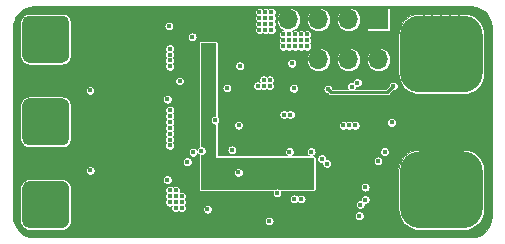
<source format=gbr>
%TF.GenerationSoftware,KiCad,Pcbnew,(5.1.6-0-10_14)*%
%TF.CreationDate,2021-03-16T08:34:44-04:00*%
%TF.ProjectId,F051_ESC,46303531-5f45-4534-932e-6b696361645f,rev?*%
%TF.SameCoordinates,Original*%
%TF.FileFunction,Copper,L3,Inr*%
%TF.FilePolarity,Positive*%
%FSLAX46Y46*%
G04 Gerber Fmt 4.6, Leading zero omitted, Abs format (unit mm)*
G04 Created by KiCad (PCBNEW (5.1.6-0-10_14)) date 2021-03-16 08:34:44*
%MOMM*%
%LPD*%
G01*
G04 APERTURE LIST*
%TA.AperFunction,ViaPad*%
%ADD10O,1.700000X1.700000*%
%TD*%
%TA.AperFunction,ViaPad*%
%ADD11R,1.700000X1.700000*%
%TD*%
%TA.AperFunction,ViaPad*%
%ADD12C,0.457200*%
%TD*%
%TA.AperFunction,ViaPad*%
%ADD13C,0.450000*%
%TD*%
%TA.AperFunction,Conductor*%
%ADD14C,0.250000*%
%TD*%
%TA.AperFunction,Conductor*%
%ADD15C,0.100000*%
%TD*%
G04 APERTURE END LIST*
D10*
%TO.N,/MCU/SWDIO*%
%TO.C,J3*%
X242550000Y-71330000D03*
%TO.N,/MCU/SWCLK*%
X245090000Y-71330000D03*
%TO.N,GND*%
X247630000Y-71330000D03*
D11*
%TO.N,+3V3*%
X250170000Y-71330000D03*
%TD*%
D10*
%TO.N,/MCU/USART1_TX*%
%TO.C,J6*%
X245090000Y-74710000D03*
%TO.N,/MCU/USART1_RX*%
X247630000Y-74710000D03*
%TO.N,/MCU/NRST*%
X250170000Y-74710000D03*
%TD*%
%TO.N,GND*%
%TO.C,J1*%
%TA.AperFunction,ViaPad*%
G36*
G01*
X257375000Y-77500000D02*
X253625000Y-77500000D01*
G75*
G02*
X252000000Y-75875000I0J1625000D01*
G01*
X252000000Y-72625000D01*
G75*
G02*
X253625000Y-71000000I1625000J0D01*
G01*
X257375000Y-71000000D01*
G75*
G02*
X259000000Y-72625000I0J-1625000D01*
G01*
X259000000Y-75875000D01*
G75*
G02*
X257375000Y-77500000I-1625000J0D01*
G01*
G37*
%TD.AperFunction*%
%TO.N,VCC*%
%TA.AperFunction,ViaPad*%
G36*
G01*
X257375000Y-89000000D02*
X253625000Y-89000000D01*
G75*
G02*
X252000000Y-87375000I0J1625000D01*
G01*
X252000000Y-84125000D01*
G75*
G02*
X253625000Y-82500000I1625000J0D01*
G01*
X257375000Y-82500000D01*
G75*
G02*
X259000000Y-84125000I0J-1625000D01*
G01*
X259000000Y-87375000D01*
G75*
G02*
X257375000Y-89000000I-1625000J0D01*
G01*
G37*
%TD.AperFunction*%
%TD*%
%TO.N,/MCU/PhaseA*%
%TO.C,J4*%
%TA.AperFunction,ViaPad*%
G36*
G01*
X223400000Y-75000000D02*
X220600000Y-75000000D01*
G75*
G02*
X220000000Y-74400000I0J600000D01*
G01*
X220000000Y-71600000D01*
G75*
G02*
X220600000Y-71000000I600000J0D01*
G01*
X223400000Y-71000000D01*
G75*
G02*
X224000000Y-71600000I0J-600000D01*
G01*
X224000000Y-74400000D01*
G75*
G02*
X223400000Y-75000000I-600000J0D01*
G01*
G37*
%TD.AperFunction*%
%TO.N,/MCU/PhaseB*%
%TA.AperFunction,ViaPad*%
G36*
G01*
X223400000Y-82000000D02*
X220600000Y-82000000D01*
G75*
G02*
X220000000Y-81400000I0J600000D01*
G01*
X220000000Y-78600000D01*
G75*
G02*
X220600000Y-78000000I600000J0D01*
G01*
X223400000Y-78000000D01*
G75*
G02*
X224000000Y-78600000I0J-600000D01*
G01*
X224000000Y-81400000D01*
G75*
G02*
X223400000Y-82000000I-600000J0D01*
G01*
G37*
%TD.AperFunction*%
%TO.N,/MCU/PhaseC*%
%TA.AperFunction,ViaPad*%
G36*
G01*
X223400000Y-89000000D02*
X220600000Y-89000000D01*
G75*
G02*
X220000000Y-88400000I0J600000D01*
G01*
X220000000Y-85600000D01*
G75*
G02*
X220600000Y-85000000I600000J0D01*
G01*
X223400000Y-85000000D01*
G75*
G02*
X224000000Y-85600000I0J-600000D01*
G01*
X224000000Y-88400000D01*
G75*
G02*
X223400000Y-89000000I-600000J0D01*
G01*
G37*
%TD.AperFunction*%
%TD*%
D12*
%TO.N,VCC*%
X254750000Y-88000000D03*
X254000000Y-88000000D03*
X253250000Y-88000000D03*
X253250000Y-87250000D03*
X254750000Y-87250000D03*
X254000000Y-87250000D03*
X255500000Y-86500000D03*
X254000000Y-86500000D03*
X254750000Y-86500000D03*
X254750000Y-85750000D03*
X254000000Y-88750000D03*
X254750000Y-88750000D03*
X257000000Y-88750000D03*
X255500000Y-88750000D03*
X256250000Y-88750000D03*
X255500000Y-88000000D03*
X256250000Y-88000000D03*
X257000000Y-88000000D03*
X257750000Y-88000000D03*
X258500000Y-88000000D03*
X255500000Y-87250000D03*
X252500000Y-87250000D03*
X253250000Y-86500000D03*
X252500000Y-86500000D03*
X254000000Y-85750000D03*
X253250000Y-85750000D03*
X252500000Y-85750000D03*
X252500000Y-85000000D03*
X253250000Y-85000000D03*
X254000000Y-85000000D03*
X252500000Y-84250000D03*
X254000000Y-84250000D03*
X253250000Y-84250000D03*
X252500000Y-83500000D03*
X253250000Y-83500000D03*
X254000000Y-83500000D03*
X254000000Y-82750000D03*
X254750000Y-82750000D03*
X254750000Y-83500000D03*
X254750000Y-84250000D03*
X254750000Y-85000000D03*
X255500000Y-85000000D03*
X255500000Y-84250000D03*
X255500000Y-83500000D03*
X255500000Y-82750000D03*
X256250000Y-82750000D03*
X256250000Y-83500000D03*
X257000000Y-83500000D03*
X257750000Y-83500000D03*
X258500000Y-83500000D03*
X258500000Y-84250000D03*
X257750000Y-84250000D03*
X257000000Y-84250000D03*
X256250000Y-84250000D03*
X256250000Y-85000000D03*
X257000000Y-85000000D03*
X257750000Y-85000000D03*
X258500000Y-85000000D03*
X258500000Y-87250000D03*
X257750000Y-87250000D03*
X257000000Y-87250000D03*
X256250000Y-87250000D03*
X256250000Y-86500000D03*
X257000000Y-86500000D03*
X257750000Y-86500000D03*
X258500000Y-86500000D03*
X258500000Y-85750000D03*
X257750000Y-85750000D03*
X257000000Y-85750000D03*
X256250000Y-85750000D03*
X257000000Y-82750000D03*
D13*
X248550000Y-87950000D03*
D12*
%TO.N,GND*%
X258500000Y-76500000D03*
X258500000Y-75750000D03*
X258500000Y-75000000D03*
X257750000Y-75000000D03*
X257750000Y-75750000D03*
X257000000Y-75750000D03*
X257000000Y-75000000D03*
X256250000Y-75000000D03*
X256250000Y-75750000D03*
X255500000Y-75750000D03*
X255500000Y-75000000D03*
X254750000Y-75000000D03*
X254750000Y-75750000D03*
X254750000Y-76500000D03*
X255500000Y-76500000D03*
X256250000Y-76500000D03*
X257000000Y-76500000D03*
X257750000Y-76500000D03*
X257000000Y-77250000D03*
X256250000Y-77250000D03*
X255500000Y-77250000D03*
X254750000Y-77250000D03*
X254000000Y-77250000D03*
X252500000Y-76500000D03*
X253250000Y-76500000D03*
X254000000Y-76500000D03*
X254000000Y-75750000D03*
X253250000Y-75750000D03*
X252500000Y-75750000D03*
X252500000Y-75000000D03*
X253250000Y-75000000D03*
X254000000Y-75000000D03*
X252500000Y-74250000D03*
X253250000Y-74250000D03*
X254000000Y-74250000D03*
X254750000Y-74250000D03*
X253250000Y-73500000D03*
X252500000Y-73500000D03*
X254000000Y-73500000D03*
X254750000Y-73500000D03*
X254750000Y-72750000D03*
X254000000Y-72750000D03*
X253250000Y-72750000D03*
X252500000Y-72750000D03*
X252500000Y-72000000D03*
X253250000Y-72000000D03*
X254000000Y-71250000D03*
X254000000Y-72000000D03*
X254750000Y-72000000D03*
X254750000Y-71250000D03*
X255500000Y-71250000D03*
X256250000Y-71250000D03*
X257000000Y-71250000D03*
X258500000Y-72000000D03*
X257750000Y-72000000D03*
X257000000Y-72000000D03*
X256250000Y-72000000D03*
X255500000Y-72000000D03*
X255500000Y-72750000D03*
X256250000Y-72750000D03*
X257000000Y-72750000D03*
X257750000Y-72750000D03*
X258500000Y-72750000D03*
X258500000Y-73500000D03*
X257750000Y-73500000D03*
X257000000Y-73500000D03*
X256250000Y-73500000D03*
X255500000Y-73500000D03*
X258500000Y-74250000D03*
X257750000Y-74250000D03*
X257000000Y-74250000D03*
X256250000Y-74250000D03*
D13*
X242710000Y-79380000D03*
X238310000Y-84285000D03*
X247700000Y-80300000D03*
X247200000Y-80300000D03*
X248200000Y-80300000D03*
X244470004Y-82530000D03*
X245370000Y-83120000D03*
X242830002Y-75040000D03*
X243630000Y-86534998D03*
X241590000Y-86010000D03*
X250690000Y-82520000D03*
X240100000Y-70700000D03*
X240100000Y-71200000D03*
X240100000Y-71700000D03*
X240100000Y-72200000D03*
X234400000Y-72800000D03*
X249050000Y-85530000D03*
X248625000Y-87005000D03*
X249050000Y-86580000D03*
X233000000Y-86800000D03*
X233000000Y-86300000D03*
X233000000Y-85800000D03*
X232500000Y-86800000D03*
X232500000Y-86300000D03*
X232500000Y-85800000D03*
X232500000Y-80500000D03*
X232500000Y-79500000D03*
X232500000Y-80000000D03*
X232500000Y-82000000D03*
X232500000Y-81500000D03*
X232500000Y-81000000D03*
X232500000Y-79000000D03*
X233500000Y-86800000D03*
X233500000Y-86300000D03*
X233500000Y-87300000D03*
X233000000Y-87300000D03*
X232500000Y-74300000D03*
X232500000Y-73800000D03*
X232500000Y-74800000D03*
X232500000Y-75300000D03*
X243100000Y-72600000D03*
X243100000Y-73100000D03*
X244100000Y-73100000D03*
X244100000Y-72600000D03*
X243600000Y-73600000D03*
X244100000Y-73600000D03*
X243600000Y-73100000D03*
X243600000Y-72600000D03*
X243100000Y-73600000D03*
X242100000Y-73600000D03*
X242600000Y-72600000D03*
X242600000Y-73100000D03*
X242600000Y-73600000D03*
X242100000Y-73100000D03*
X242100000Y-72600000D03*
X240450000Y-76950000D03*
X240950000Y-76950000D03*
X239950000Y-76950000D03*
X240450000Y-76450000D03*
X240950000Y-76450000D03*
X240600000Y-72200000D03*
X240600000Y-70700000D03*
X240600000Y-71200000D03*
X240600000Y-71700000D03*
X241100000Y-71200000D03*
X241100000Y-72200000D03*
X241100000Y-70700000D03*
X241100000Y-71700000D03*
%TO.N,+3V3*%
X235700000Y-87400000D03*
X240920000Y-88400000D03*
X245890000Y-77220000D03*
X251430000Y-76970000D03*
%TO.N,+12V*%
X235500000Y-76500000D03*
X240484195Y-83213143D03*
X241070000Y-83210000D03*
X238450000Y-83380000D03*
X238099998Y-83730000D03*
X235430000Y-80125000D03*
X236130000Y-73880000D03*
X243000000Y-77170000D03*
D12*
%TO.N,/MCU/PhaseB*%
X220500000Y-78500000D03*
X221250000Y-78500000D03*
X222000000Y-78500000D03*
X222750000Y-78500000D03*
X223500000Y-78500000D03*
X223500000Y-79250000D03*
X223500000Y-80000000D03*
X223500000Y-80750000D03*
X223500000Y-81500000D03*
X222750000Y-81500000D03*
X222750000Y-80750000D03*
X222000000Y-80750000D03*
X222000000Y-81500000D03*
X220500000Y-81500000D03*
X221250000Y-81500000D03*
X221250000Y-80750000D03*
X220500000Y-80750000D03*
X220500000Y-80000000D03*
X220500000Y-79250000D03*
X221250000Y-79250000D03*
X221250000Y-80000000D03*
X222000000Y-79250000D03*
X222750000Y-79250000D03*
X222750000Y-80000000D03*
D13*
X237340000Y-77135000D03*
X242639996Y-82530000D03*
%TO.N,/MCU/PhaseA*%
X242159997Y-79380000D03*
D12*
X220500000Y-71500000D03*
X221250000Y-71500000D03*
X222000000Y-71500000D03*
X222750000Y-71500000D03*
X223500000Y-71500000D03*
X223500000Y-72250000D03*
X222750000Y-72250000D03*
X222000000Y-72250000D03*
X220500000Y-72250000D03*
X221250000Y-72250000D03*
X221250000Y-73000000D03*
X220500000Y-73000000D03*
X220500000Y-73750000D03*
X220500000Y-74500000D03*
X221250000Y-74500000D03*
X221250000Y-73750000D03*
X222000000Y-73750000D03*
X222000000Y-74500000D03*
X223500000Y-74500000D03*
X222750000Y-74500000D03*
X222750000Y-73750000D03*
X223500000Y-73750000D03*
X223500000Y-73000000D03*
X222750000Y-73000000D03*
D13*
X238430001Y-75253187D03*
D12*
%TO.N,/MCU/PhaseC*%
X222750000Y-88500000D03*
X223500000Y-88500000D03*
X223500000Y-87750000D03*
X222750000Y-87750000D03*
X222000000Y-87750000D03*
X222000000Y-88500000D03*
X221250000Y-88500000D03*
X220500000Y-88500000D03*
X220500000Y-87750000D03*
X221250000Y-87750000D03*
X221250000Y-87000000D03*
X220500000Y-87000000D03*
X220500000Y-85500000D03*
X220500000Y-86250000D03*
X221250000Y-86250000D03*
X221250000Y-85500000D03*
X222000000Y-85500000D03*
X222750000Y-85500000D03*
X223500000Y-85500000D03*
X222750000Y-86250000D03*
X223500000Y-86250000D03*
X223500000Y-87000000D03*
X222750000Y-87000000D03*
X222000000Y-86250000D03*
D13*
X237760000Y-82375000D03*
X245800000Y-83530004D03*
X235174344Y-82450419D03*
%TO.N,Net-(Q2-Pad4)*%
X238330000Y-80280000D03*
X232430000Y-71890000D03*
X236331269Y-79861614D03*
%TO.N,Net-(Q3-Pad4)*%
X225750000Y-77344986D03*
X233335010Y-76540000D03*
%TO.N,Net-(Q4-Pad4)*%
X232300000Y-78080000D03*
%TO.N,Net-(Q5-Pad4)*%
X234470000Y-82580000D03*
X225760003Y-84119981D03*
%TO.N,Net-(Q6-Pad4)*%
X232300002Y-84900000D03*
%TO.N,/MCU/NRST*%
X250140000Y-83300000D03*
X251280020Y-80050000D03*
%TO.N,/MCU/PWM*%
X243030000Y-86520000D03*
%TO.N,/MCU/SWCLK*%
X248380002Y-76670000D03*
%TO.N,/MCU/SWDIO*%
X247899410Y-77009067D03*
%TO.N,VCC_Shunt*%
X231500000Y-75900000D03*
X231000000Y-75900000D03*
X230500000Y-75900000D03*
X230000000Y-75900000D03*
X229500000Y-75900000D03*
D12*
X253500000Y-79000000D03*
X253000000Y-79000000D03*
X253500000Y-81500000D03*
X253000000Y-81500000D03*
X253000000Y-81000000D03*
X253500000Y-81000000D03*
X253500000Y-80500000D03*
X253000000Y-80500000D03*
X253000000Y-80000000D03*
X253500000Y-80000000D03*
X253500000Y-79500000D03*
X253000000Y-79500000D03*
X252500000Y-81500000D03*
X252500000Y-81000000D03*
X252500000Y-80500000D03*
X252500000Y-80000000D03*
X252500000Y-79500000D03*
X252500000Y-79000000D03*
X254000000Y-79000000D03*
X254500000Y-79000000D03*
X255000000Y-79000000D03*
X255000000Y-79500000D03*
X254500000Y-79500000D03*
X254000000Y-79500000D03*
X254000000Y-80000000D03*
X254500000Y-80000000D03*
X255000000Y-80000000D03*
X255000000Y-80500000D03*
X254500000Y-80500000D03*
X254000000Y-80500000D03*
X254000000Y-81000000D03*
X254500000Y-81000000D03*
X255000000Y-81000000D03*
X255000000Y-81500000D03*
X254500000Y-81500000D03*
X254000000Y-81500000D03*
X253500000Y-78500000D03*
X253000000Y-78500000D03*
X252500000Y-78500000D03*
X254000000Y-78500000D03*
X254500000Y-78500000D03*
X255000000Y-78500000D03*
D13*
X246589996Y-87160000D03*
D12*
X255500000Y-81500000D03*
X255500000Y-81000000D03*
X255500000Y-80000000D03*
X255500000Y-79500000D03*
X255500000Y-78500000D03*
X255500000Y-80500000D03*
X255500000Y-79000000D03*
D13*
X229450000Y-82710000D03*
X231450000Y-82710000D03*
X229950000Y-82710000D03*
X230950000Y-82710000D03*
X230450000Y-82710000D03*
X230950000Y-89500000D03*
X229950000Y-89500000D03*
X230450000Y-89500000D03*
X229450000Y-89500000D03*
X231450000Y-89500000D03*
X230950000Y-83210000D03*
X229450000Y-83210000D03*
X229950000Y-83210000D03*
X231450000Y-83210000D03*
X230450000Y-83210000D03*
X230450000Y-83710000D03*
X229950000Y-83710000D03*
X229450000Y-83710000D03*
X231450000Y-83710000D03*
X230950000Y-83710000D03*
X229500000Y-76400000D03*
X231500000Y-76400000D03*
X230000000Y-76400000D03*
X231000000Y-76400000D03*
X230500000Y-76400000D03*
X227950000Y-83710000D03*
X228450000Y-83710000D03*
X227450000Y-83710000D03*
X228950000Y-83710000D03*
X228450000Y-83210000D03*
X227950000Y-83210000D03*
X227450000Y-83210000D03*
X228950000Y-83210000D03*
X228950000Y-82710000D03*
X227450000Y-82710000D03*
X227950000Y-82710000D03*
X228450000Y-82710000D03*
X228450000Y-89500000D03*
X227950000Y-89500000D03*
X227450000Y-89500000D03*
X228950000Y-89500000D03*
X228500000Y-76400000D03*
X228000000Y-76400000D03*
X227500000Y-76400000D03*
X229000000Y-76400000D03*
X227500000Y-75900000D03*
X228000000Y-75900000D03*
X229000000Y-75900000D03*
X228500000Y-75900000D03*
X228500000Y-76900000D03*
X228000000Y-76900000D03*
X227500000Y-76900000D03*
X229000000Y-76900000D03*
X231500000Y-76900000D03*
X230500000Y-76900000D03*
X230000000Y-76900000D03*
X229500000Y-76900000D03*
X231000000Y-76900000D03*
%TO.N,/Curent Sense/CURR*%
X233990000Y-83380000D03*
%TD*%
D14*
%TO.N,+3V3*%
X250930000Y-77470000D02*
X251430000Y-76970000D01*
X246140000Y-77470000D02*
X250930000Y-77470000D01*
X245890000Y-77220000D02*
X246140000Y-77470000D01*
%TD*%
D15*
%TO.N,VCC_Shunt*%
G36*
X258344555Y-70259863D02*
G01*
X258675990Y-70359929D01*
X258981674Y-70522465D01*
X259249965Y-70741278D01*
X259470646Y-71008034D01*
X259635311Y-71312576D01*
X259737689Y-71643307D01*
X259774992Y-71998215D01*
X259775000Y-72000504D01*
X259775001Y-87988987D01*
X259740137Y-88344555D01*
X259640071Y-88675990D01*
X259477537Y-88981672D01*
X259258722Y-89249965D01*
X258991963Y-89470648D01*
X258687424Y-89635311D01*
X258356693Y-89737689D01*
X258001785Y-89774992D01*
X257999495Y-89775000D01*
X221011003Y-89775000D01*
X220655445Y-89740137D01*
X220324010Y-89640071D01*
X220018328Y-89477537D01*
X219750035Y-89258722D01*
X219529352Y-88991963D01*
X219364689Y-88687424D01*
X219262311Y-88356693D01*
X219225008Y-88001785D01*
X219225000Y-87999495D01*
X219225000Y-85600000D01*
X219849275Y-85600000D01*
X219849275Y-88400000D01*
X219863700Y-88546459D01*
X219906421Y-88687290D01*
X219975795Y-88817080D01*
X220069157Y-88930843D01*
X220182920Y-89024205D01*
X220312710Y-89093579D01*
X220453541Y-89136300D01*
X220600000Y-89150725D01*
X223400000Y-89150725D01*
X223546459Y-89136300D01*
X223687290Y-89093579D01*
X223817080Y-89024205D01*
X223930843Y-88930843D01*
X224024205Y-88817080D01*
X224093579Y-88687290D01*
X224136300Y-88546459D01*
X224150725Y-88400000D01*
X224150725Y-88363066D01*
X240545000Y-88363066D01*
X240545000Y-88436934D01*
X240559411Y-88509383D01*
X240587680Y-88577629D01*
X240628719Y-88639048D01*
X240680952Y-88691281D01*
X240742371Y-88732320D01*
X240810617Y-88760589D01*
X240883066Y-88775000D01*
X240956934Y-88775000D01*
X241029383Y-88760589D01*
X241097629Y-88732320D01*
X241159048Y-88691281D01*
X241211281Y-88639048D01*
X241252320Y-88577629D01*
X241280589Y-88509383D01*
X241295000Y-88436934D01*
X241295000Y-88363066D01*
X241280589Y-88290617D01*
X241252320Y-88222371D01*
X241211281Y-88160952D01*
X241159048Y-88108719D01*
X241097629Y-88067680D01*
X241029383Y-88039411D01*
X240956934Y-88025000D01*
X240883066Y-88025000D01*
X240810617Y-88039411D01*
X240742371Y-88067680D01*
X240680952Y-88108719D01*
X240628719Y-88160952D01*
X240587680Y-88222371D01*
X240559411Y-88290617D01*
X240545000Y-88363066D01*
X224150725Y-88363066D01*
X224150725Y-87913066D01*
X248175000Y-87913066D01*
X248175000Y-87986934D01*
X248189411Y-88059383D01*
X248217680Y-88127629D01*
X248258719Y-88189048D01*
X248310952Y-88241281D01*
X248372371Y-88282320D01*
X248440617Y-88310589D01*
X248513066Y-88325000D01*
X248586934Y-88325000D01*
X248659383Y-88310589D01*
X248727629Y-88282320D01*
X248789048Y-88241281D01*
X248841281Y-88189048D01*
X248882320Y-88127629D01*
X248910589Y-88059383D01*
X248925000Y-87986934D01*
X248925000Y-87913066D01*
X248910589Y-87840617D01*
X248882320Y-87772371D01*
X248841281Y-87710952D01*
X248789048Y-87658719D01*
X248727629Y-87617680D01*
X248659383Y-87589411D01*
X248586934Y-87575000D01*
X248513066Y-87575000D01*
X248440617Y-87589411D01*
X248372371Y-87617680D01*
X248310952Y-87658719D01*
X248258719Y-87710952D01*
X248217680Y-87772371D01*
X248189411Y-87840617D01*
X248175000Y-87913066D01*
X224150725Y-87913066D01*
X224150725Y-85763066D01*
X232125000Y-85763066D01*
X232125000Y-85836934D01*
X232139411Y-85909383D01*
X232167680Y-85977629D01*
X232208719Y-86039048D01*
X232219671Y-86050000D01*
X232208719Y-86060952D01*
X232167680Y-86122371D01*
X232139411Y-86190617D01*
X232125000Y-86263066D01*
X232125000Y-86336934D01*
X232139411Y-86409383D01*
X232167680Y-86477629D01*
X232208719Y-86539048D01*
X232219671Y-86550000D01*
X232208719Y-86560952D01*
X232167680Y-86622371D01*
X232139411Y-86690617D01*
X232125000Y-86763066D01*
X232125000Y-86836934D01*
X232139411Y-86909383D01*
X232167680Y-86977629D01*
X232208719Y-87039048D01*
X232260952Y-87091281D01*
X232322371Y-87132320D01*
X232390617Y-87160589D01*
X232463066Y-87175000D01*
X232536934Y-87175000D01*
X232609383Y-87160589D01*
X232660645Y-87139355D01*
X232639411Y-87190617D01*
X232625000Y-87263066D01*
X232625000Y-87336934D01*
X232639411Y-87409383D01*
X232667680Y-87477629D01*
X232708719Y-87539048D01*
X232760952Y-87591281D01*
X232822371Y-87632320D01*
X232890617Y-87660589D01*
X232963066Y-87675000D01*
X233036934Y-87675000D01*
X233109383Y-87660589D01*
X233177629Y-87632320D01*
X233239048Y-87591281D01*
X233250000Y-87580329D01*
X233260952Y-87591281D01*
X233322371Y-87632320D01*
X233390617Y-87660589D01*
X233463066Y-87675000D01*
X233536934Y-87675000D01*
X233609383Y-87660589D01*
X233677629Y-87632320D01*
X233739048Y-87591281D01*
X233791281Y-87539048D01*
X233832320Y-87477629D01*
X233860589Y-87409383D01*
X233869802Y-87363066D01*
X235325000Y-87363066D01*
X235325000Y-87436934D01*
X235339411Y-87509383D01*
X235367680Y-87577629D01*
X235408719Y-87639048D01*
X235460952Y-87691281D01*
X235522371Y-87732320D01*
X235590617Y-87760589D01*
X235663066Y-87775000D01*
X235736934Y-87775000D01*
X235809383Y-87760589D01*
X235877629Y-87732320D01*
X235939048Y-87691281D01*
X235991281Y-87639048D01*
X236032320Y-87577629D01*
X236060589Y-87509383D01*
X236075000Y-87436934D01*
X236075000Y-87363066D01*
X236060589Y-87290617D01*
X236032320Y-87222371D01*
X235991281Y-87160952D01*
X235939048Y-87108719D01*
X235877629Y-87067680D01*
X235809383Y-87039411D01*
X235736934Y-87025000D01*
X235663066Y-87025000D01*
X235590617Y-87039411D01*
X235522371Y-87067680D01*
X235460952Y-87108719D01*
X235408719Y-87160952D01*
X235367680Y-87222371D01*
X235339411Y-87290617D01*
X235325000Y-87363066D01*
X233869802Y-87363066D01*
X233875000Y-87336934D01*
X233875000Y-87263066D01*
X233860589Y-87190617D01*
X233832320Y-87122371D01*
X233791281Y-87060952D01*
X233780329Y-87050000D01*
X233791281Y-87039048D01*
X233832320Y-86977629D01*
X233836281Y-86968066D01*
X248250000Y-86968066D01*
X248250000Y-87041934D01*
X248264411Y-87114383D01*
X248292680Y-87182629D01*
X248333719Y-87244048D01*
X248385952Y-87296281D01*
X248447371Y-87337320D01*
X248515617Y-87365589D01*
X248588066Y-87380000D01*
X248661934Y-87380000D01*
X248734383Y-87365589D01*
X248802629Y-87337320D01*
X248864048Y-87296281D01*
X248916281Y-87244048D01*
X248957320Y-87182629D01*
X248985589Y-87114383D01*
X249000000Y-87041934D01*
X249000000Y-86968066D01*
X248996756Y-86951756D01*
X249013066Y-86955000D01*
X249086934Y-86955000D01*
X249159383Y-86940589D01*
X249227629Y-86912320D01*
X249289048Y-86871281D01*
X249341281Y-86819048D01*
X249382320Y-86757629D01*
X249410589Y-86689383D01*
X249425000Y-86616934D01*
X249425000Y-86543066D01*
X249410589Y-86470617D01*
X249382320Y-86402371D01*
X249341281Y-86340952D01*
X249289048Y-86288719D01*
X249227629Y-86247680D01*
X249159383Y-86219411D01*
X249086934Y-86205000D01*
X249013066Y-86205000D01*
X248940617Y-86219411D01*
X248872371Y-86247680D01*
X248810952Y-86288719D01*
X248758719Y-86340952D01*
X248717680Y-86402371D01*
X248689411Y-86470617D01*
X248675000Y-86543066D01*
X248675000Y-86616934D01*
X248678244Y-86633244D01*
X248661934Y-86630000D01*
X248588066Y-86630000D01*
X248515617Y-86644411D01*
X248447371Y-86672680D01*
X248385952Y-86713719D01*
X248333719Y-86765952D01*
X248292680Y-86827371D01*
X248264411Y-86895617D01*
X248250000Y-86968066D01*
X233836281Y-86968066D01*
X233860589Y-86909383D01*
X233875000Y-86836934D01*
X233875000Y-86763066D01*
X233860589Y-86690617D01*
X233832320Y-86622371D01*
X233791281Y-86560952D01*
X233780329Y-86550000D01*
X233791281Y-86539048D01*
X233828687Y-86483066D01*
X242655000Y-86483066D01*
X242655000Y-86556934D01*
X242669411Y-86629383D01*
X242697680Y-86697629D01*
X242738719Y-86759048D01*
X242790952Y-86811281D01*
X242852371Y-86852320D01*
X242920617Y-86880589D01*
X242993066Y-86895000D01*
X243066934Y-86895000D01*
X243139383Y-86880589D01*
X243207629Y-86852320D01*
X243269048Y-86811281D01*
X243321281Y-86759048D01*
X243324989Y-86753498D01*
X243338719Y-86774046D01*
X243390952Y-86826279D01*
X243452371Y-86867318D01*
X243520617Y-86895587D01*
X243593066Y-86909998D01*
X243666934Y-86909998D01*
X243739383Y-86895587D01*
X243807629Y-86867318D01*
X243869048Y-86826279D01*
X243921281Y-86774046D01*
X243962320Y-86712627D01*
X243990589Y-86644381D01*
X244005000Y-86571932D01*
X244005000Y-86498064D01*
X243990589Y-86425615D01*
X243962320Y-86357369D01*
X243921281Y-86295950D01*
X243869048Y-86243717D01*
X243807629Y-86202678D01*
X243739383Y-86174409D01*
X243666934Y-86159998D01*
X243593066Y-86159998D01*
X243520617Y-86174409D01*
X243452371Y-86202678D01*
X243390952Y-86243717D01*
X243338719Y-86295950D01*
X243335011Y-86301500D01*
X243321281Y-86280952D01*
X243269048Y-86228719D01*
X243207629Y-86187680D01*
X243139383Y-86159411D01*
X243066934Y-86145000D01*
X242993066Y-86145000D01*
X242920617Y-86159411D01*
X242852371Y-86187680D01*
X242790952Y-86228719D01*
X242738719Y-86280952D01*
X242697680Y-86342371D01*
X242669411Y-86410617D01*
X242655000Y-86483066D01*
X233828687Y-86483066D01*
X233832320Y-86477629D01*
X233860589Y-86409383D01*
X233875000Y-86336934D01*
X233875000Y-86263066D01*
X233860589Y-86190617D01*
X233832320Y-86122371D01*
X233791281Y-86060952D01*
X233739048Y-86008719D01*
X233677629Y-85967680D01*
X233609383Y-85939411D01*
X233536934Y-85925000D01*
X233463066Y-85925000D01*
X233390617Y-85939411D01*
X233339355Y-85960645D01*
X233360589Y-85909383D01*
X233375000Y-85836934D01*
X233375000Y-85763066D01*
X233360589Y-85690617D01*
X233332320Y-85622371D01*
X233291281Y-85560952D01*
X233239048Y-85508719D01*
X233177629Y-85467680D01*
X233109383Y-85439411D01*
X233036934Y-85425000D01*
X232963066Y-85425000D01*
X232890617Y-85439411D01*
X232822371Y-85467680D01*
X232760952Y-85508719D01*
X232750000Y-85519671D01*
X232739048Y-85508719D01*
X232677629Y-85467680D01*
X232609383Y-85439411D01*
X232536934Y-85425000D01*
X232463066Y-85425000D01*
X232390617Y-85439411D01*
X232322371Y-85467680D01*
X232260952Y-85508719D01*
X232208719Y-85560952D01*
X232167680Y-85622371D01*
X232139411Y-85690617D01*
X232125000Y-85763066D01*
X224150725Y-85763066D01*
X224150725Y-85600000D01*
X224136300Y-85453541D01*
X224093579Y-85312710D01*
X224024205Y-85182920D01*
X223930843Y-85069157D01*
X223817080Y-84975795D01*
X223687290Y-84906421D01*
X223546459Y-84863700D01*
X223540022Y-84863066D01*
X231925002Y-84863066D01*
X231925002Y-84936934D01*
X231939413Y-85009383D01*
X231967682Y-85077629D01*
X232008721Y-85139048D01*
X232060954Y-85191281D01*
X232122373Y-85232320D01*
X232190619Y-85260589D01*
X232263068Y-85275000D01*
X232336936Y-85275000D01*
X232409385Y-85260589D01*
X232477631Y-85232320D01*
X232539050Y-85191281D01*
X232591283Y-85139048D01*
X232632322Y-85077629D01*
X232660591Y-85009383D01*
X232675002Y-84936934D01*
X232675002Y-84863066D01*
X232660591Y-84790617D01*
X232632322Y-84722371D01*
X232591283Y-84660952D01*
X232539050Y-84608719D01*
X232477631Y-84567680D01*
X232409385Y-84539411D01*
X232336936Y-84525000D01*
X232263068Y-84525000D01*
X232190619Y-84539411D01*
X232122373Y-84567680D01*
X232060954Y-84608719D01*
X232008721Y-84660952D01*
X231967682Y-84722371D01*
X231939413Y-84790617D01*
X231925002Y-84863066D01*
X223540022Y-84863066D01*
X223400000Y-84849275D01*
X220600000Y-84849275D01*
X220453541Y-84863700D01*
X220312710Y-84906421D01*
X220182920Y-84975795D01*
X220069157Y-85069157D01*
X219975795Y-85182920D01*
X219906421Y-85312710D01*
X219863700Y-85453541D01*
X219849275Y-85600000D01*
X219225000Y-85600000D01*
X219225000Y-84083047D01*
X225385003Y-84083047D01*
X225385003Y-84156915D01*
X225399414Y-84229364D01*
X225427683Y-84297610D01*
X225468722Y-84359029D01*
X225520955Y-84411262D01*
X225582374Y-84452301D01*
X225650620Y-84480570D01*
X225723069Y-84494981D01*
X225796937Y-84494981D01*
X225869386Y-84480570D01*
X225937632Y-84452301D01*
X225999051Y-84411262D01*
X226051284Y-84359029D01*
X226092323Y-84297610D01*
X226120592Y-84229364D01*
X226135003Y-84156915D01*
X226135003Y-84083047D01*
X226120592Y-84010598D01*
X226092323Y-83942352D01*
X226051284Y-83880933D01*
X225999051Y-83828700D01*
X225937632Y-83787661D01*
X225869386Y-83759392D01*
X225796937Y-83744981D01*
X225723069Y-83744981D01*
X225650620Y-83759392D01*
X225582374Y-83787661D01*
X225520955Y-83828700D01*
X225468722Y-83880933D01*
X225427683Y-83942352D01*
X225399414Y-84010598D01*
X225385003Y-84083047D01*
X219225000Y-84083047D01*
X219225000Y-83343066D01*
X233615000Y-83343066D01*
X233615000Y-83416934D01*
X233629411Y-83489383D01*
X233657680Y-83557629D01*
X233698719Y-83619048D01*
X233750952Y-83671281D01*
X233812371Y-83712320D01*
X233880617Y-83740589D01*
X233953066Y-83755000D01*
X234026934Y-83755000D01*
X234099383Y-83740589D01*
X234167629Y-83712320D01*
X234229048Y-83671281D01*
X234281281Y-83619048D01*
X234322320Y-83557629D01*
X234350589Y-83489383D01*
X234365000Y-83416934D01*
X234365000Y-83343066D01*
X234350589Y-83270617D01*
X234322320Y-83202371D01*
X234281281Y-83140952D01*
X234229048Y-83088719D01*
X234167629Y-83047680D01*
X234099383Y-83019411D01*
X234026934Y-83005000D01*
X233953066Y-83005000D01*
X233880617Y-83019411D01*
X233812371Y-83047680D01*
X233750952Y-83088719D01*
X233698719Y-83140952D01*
X233657680Y-83202371D01*
X233629411Y-83270617D01*
X233615000Y-83343066D01*
X219225000Y-83343066D01*
X219225000Y-82543066D01*
X234095000Y-82543066D01*
X234095000Y-82616934D01*
X234109411Y-82689383D01*
X234137680Y-82757629D01*
X234178719Y-82819048D01*
X234230952Y-82871281D01*
X234292371Y-82912320D01*
X234360617Y-82940589D01*
X234433066Y-82955000D01*
X234506934Y-82955000D01*
X234579383Y-82940589D01*
X234647629Y-82912320D01*
X234709048Y-82871281D01*
X234761281Y-82819048D01*
X234802320Y-82757629D01*
X234830589Y-82689383D01*
X234842614Y-82628931D01*
X234883063Y-82689467D01*
X234935296Y-82741700D01*
X234950000Y-82751525D01*
X234950000Y-85700000D01*
X234952882Y-85729264D01*
X234961418Y-85757403D01*
X234975280Y-85783336D01*
X234993934Y-85806066D01*
X235016664Y-85824720D01*
X235042597Y-85838582D01*
X235070736Y-85847118D01*
X235100000Y-85850000D01*
X241250378Y-85850000D01*
X241229411Y-85900617D01*
X241215000Y-85973066D01*
X241215000Y-86046934D01*
X241229411Y-86119383D01*
X241257680Y-86187629D01*
X241298719Y-86249048D01*
X241350952Y-86301281D01*
X241412371Y-86342320D01*
X241480617Y-86370589D01*
X241553066Y-86385000D01*
X241626934Y-86385000D01*
X241699383Y-86370589D01*
X241767629Y-86342320D01*
X241829048Y-86301281D01*
X241881281Y-86249048D01*
X241922320Y-86187629D01*
X241950589Y-86119383D01*
X241965000Y-86046934D01*
X241965000Y-85973066D01*
X241950589Y-85900617D01*
X241929622Y-85850000D01*
X244700000Y-85850000D01*
X244729264Y-85847118D01*
X244757403Y-85838582D01*
X244783336Y-85824720D01*
X244806066Y-85806066D01*
X244824720Y-85783336D01*
X244838582Y-85757403D01*
X244847118Y-85729264D01*
X244850000Y-85700000D01*
X244850000Y-85493066D01*
X248675000Y-85493066D01*
X248675000Y-85566934D01*
X248689411Y-85639383D01*
X248717680Y-85707629D01*
X248758719Y-85769048D01*
X248810952Y-85821281D01*
X248872371Y-85862320D01*
X248940617Y-85890589D01*
X249013066Y-85905000D01*
X249086934Y-85905000D01*
X249159383Y-85890589D01*
X249227629Y-85862320D01*
X249289048Y-85821281D01*
X249341281Y-85769048D01*
X249382320Y-85707629D01*
X249410589Y-85639383D01*
X249425000Y-85566934D01*
X249425000Y-85493066D01*
X249410589Y-85420617D01*
X249382320Y-85352371D01*
X249341281Y-85290952D01*
X249289048Y-85238719D01*
X249227629Y-85197680D01*
X249159383Y-85169411D01*
X249086934Y-85155000D01*
X249013066Y-85155000D01*
X248940617Y-85169411D01*
X248872371Y-85197680D01*
X248810952Y-85238719D01*
X248758719Y-85290952D01*
X248717680Y-85352371D01*
X248689411Y-85420617D01*
X248675000Y-85493066D01*
X244850000Y-85493066D01*
X244850000Y-84125000D01*
X251849275Y-84125000D01*
X251849275Y-87375000D01*
X251883395Y-87721427D01*
X251984444Y-88054541D01*
X252148539Y-88361540D01*
X252369373Y-88630627D01*
X252638460Y-88851461D01*
X252945459Y-89015556D01*
X253278573Y-89116605D01*
X253625000Y-89150725D01*
X257375000Y-89150725D01*
X257721427Y-89116605D01*
X258054541Y-89015556D01*
X258361540Y-88851461D01*
X258630627Y-88630627D01*
X258851461Y-88361540D01*
X259015556Y-88054541D01*
X259116605Y-87721427D01*
X259150725Y-87375000D01*
X259150725Y-84125000D01*
X259116605Y-83778573D01*
X259015556Y-83445459D01*
X258851461Y-83138460D01*
X258630627Y-82869373D01*
X258361540Y-82648539D01*
X258054541Y-82484444D01*
X257721427Y-82383395D01*
X257375000Y-82349275D01*
X253625000Y-82349275D01*
X253278573Y-82383395D01*
X252945459Y-82484444D01*
X252638460Y-82648539D01*
X252369373Y-82869373D01*
X252148539Y-83138460D01*
X251984444Y-83445459D01*
X251883395Y-83778573D01*
X251849275Y-84125000D01*
X244850000Y-84125000D01*
X244850000Y-83083066D01*
X244995000Y-83083066D01*
X244995000Y-83156934D01*
X245009411Y-83229383D01*
X245037680Y-83297629D01*
X245078719Y-83359048D01*
X245130952Y-83411281D01*
X245192371Y-83452320D01*
X245260617Y-83480589D01*
X245333066Y-83495000D01*
X245406934Y-83495000D01*
X245425345Y-83491338D01*
X245425000Y-83493070D01*
X245425000Y-83566938D01*
X245439411Y-83639387D01*
X245467680Y-83707633D01*
X245508719Y-83769052D01*
X245560952Y-83821285D01*
X245622371Y-83862324D01*
X245690617Y-83890593D01*
X245763066Y-83905004D01*
X245836934Y-83905004D01*
X245909383Y-83890593D01*
X245977629Y-83862324D01*
X246039048Y-83821285D01*
X246091281Y-83769052D01*
X246132320Y-83707633D01*
X246160589Y-83639387D01*
X246175000Y-83566938D01*
X246175000Y-83493070D01*
X246160589Y-83420621D01*
X246132320Y-83352375D01*
X246091281Y-83290956D01*
X246063391Y-83263066D01*
X249765000Y-83263066D01*
X249765000Y-83336934D01*
X249779411Y-83409383D01*
X249807680Y-83477629D01*
X249848719Y-83539048D01*
X249900952Y-83591281D01*
X249962371Y-83632320D01*
X250030617Y-83660589D01*
X250103066Y-83675000D01*
X250176934Y-83675000D01*
X250249383Y-83660589D01*
X250317629Y-83632320D01*
X250379048Y-83591281D01*
X250431281Y-83539048D01*
X250472320Y-83477629D01*
X250500589Y-83409383D01*
X250515000Y-83336934D01*
X250515000Y-83263066D01*
X250500589Y-83190617D01*
X250472320Y-83122371D01*
X250431281Y-83060952D01*
X250379048Y-83008719D01*
X250317629Y-82967680D01*
X250249383Y-82939411D01*
X250176934Y-82925000D01*
X250103066Y-82925000D01*
X250030617Y-82939411D01*
X249962371Y-82967680D01*
X249900952Y-83008719D01*
X249848719Y-83060952D01*
X249807680Y-83122371D01*
X249779411Y-83190617D01*
X249765000Y-83263066D01*
X246063391Y-83263066D01*
X246039048Y-83238723D01*
X245977629Y-83197684D01*
X245909383Y-83169415D01*
X245836934Y-83155004D01*
X245763066Y-83155004D01*
X245744655Y-83158666D01*
X245745000Y-83156934D01*
X245745000Y-83083066D01*
X245730589Y-83010617D01*
X245702320Y-82942371D01*
X245661281Y-82880952D01*
X245609048Y-82828719D01*
X245547629Y-82787680D01*
X245479383Y-82759411D01*
X245406934Y-82745000D01*
X245333066Y-82745000D01*
X245260617Y-82759411D01*
X245192371Y-82787680D01*
X245130952Y-82828719D01*
X245078719Y-82880952D01*
X245037680Y-82942371D01*
X245009411Y-83010617D01*
X244995000Y-83083066D01*
X244850000Y-83083066D01*
X244850000Y-83000000D01*
X244847118Y-82970736D01*
X244838582Y-82942597D01*
X244824720Y-82916664D01*
X244806066Y-82893934D01*
X244783336Y-82875280D01*
X244757403Y-82861418D01*
X244729264Y-82852882D01*
X244700000Y-82850000D01*
X244666071Y-82850000D01*
X244709052Y-82821281D01*
X244761285Y-82769048D01*
X244802324Y-82707629D01*
X244830593Y-82639383D01*
X244845004Y-82566934D01*
X244845004Y-82493066D01*
X244843015Y-82483066D01*
X250315000Y-82483066D01*
X250315000Y-82556934D01*
X250329411Y-82629383D01*
X250357680Y-82697629D01*
X250398719Y-82759048D01*
X250450952Y-82811281D01*
X250512371Y-82852320D01*
X250580617Y-82880589D01*
X250653066Y-82895000D01*
X250726934Y-82895000D01*
X250799383Y-82880589D01*
X250867629Y-82852320D01*
X250929048Y-82811281D01*
X250981281Y-82759048D01*
X251022320Y-82697629D01*
X251050589Y-82629383D01*
X251065000Y-82556934D01*
X251065000Y-82483066D01*
X251050589Y-82410617D01*
X251022320Y-82342371D01*
X250981281Y-82280952D01*
X250929048Y-82228719D01*
X250867629Y-82187680D01*
X250799383Y-82159411D01*
X250726934Y-82145000D01*
X250653066Y-82145000D01*
X250580617Y-82159411D01*
X250512371Y-82187680D01*
X250450952Y-82228719D01*
X250398719Y-82280952D01*
X250357680Y-82342371D01*
X250329411Y-82410617D01*
X250315000Y-82483066D01*
X244843015Y-82483066D01*
X244830593Y-82420617D01*
X244802324Y-82352371D01*
X244761285Y-82290952D01*
X244709052Y-82238719D01*
X244647633Y-82197680D01*
X244579387Y-82169411D01*
X244506938Y-82155000D01*
X244433070Y-82155000D01*
X244360621Y-82169411D01*
X244292375Y-82197680D01*
X244230956Y-82238719D01*
X244178723Y-82290952D01*
X244137684Y-82352371D01*
X244109415Y-82420617D01*
X244095004Y-82493066D01*
X244095004Y-82566934D01*
X244109415Y-82639383D01*
X244137684Y-82707629D01*
X244178723Y-82769048D01*
X244230956Y-82821281D01*
X244273937Y-82850000D01*
X242836063Y-82850000D01*
X242879044Y-82821281D01*
X242931277Y-82769048D01*
X242972316Y-82707629D01*
X243000585Y-82639383D01*
X243014996Y-82566934D01*
X243014996Y-82493066D01*
X243000585Y-82420617D01*
X242972316Y-82352371D01*
X242931277Y-82290952D01*
X242879044Y-82238719D01*
X242817625Y-82197680D01*
X242749379Y-82169411D01*
X242676930Y-82155000D01*
X242603062Y-82155000D01*
X242530613Y-82169411D01*
X242462367Y-82197680D01*
X242400948Y-82238719D01*
X242348715Y-82290952D01*
X242307676Y-82352371D01*
X242279407Y-82420617D01*
X242264996Y-82493066D01*
X242264996Y-82566934D01*
X242279407Y-82639383D01*
X242307676Y-82707629D01*
X242348715Y-82769048D01*
X242400948Y-82821281D01*
X242443929Y-82850000D01*
X241180805Y-82850000D01*
X241179383Y-82849411D01*
X241106934Y-82835000D01*
X241033066Y-82835000D01*
X240960617Y-82849411D01*
X240959195Y-82850000D01*
X240580738Y-82850000D01*
X240521129Y-82838143D01*
X240447261Y-82838143D01*
X240387652Y-82850000D01*
X236550000Y-82850000D01*
X236550000Y-82338066D01*
X237385000Y-82338066D01*
X237385000Y-82411934D01*
X237399411Y-82484383D01*
X237427680Y-82552629D01*
X237468719Y-82614048D01*
X237520952Y-82666281D01*
X237582371Y-82707320D01*
X237650617Y-82735589D01*
X237723066Y-82750000D01*
X237796934Y-82750000D01*
X237869383Y-82735589D01*
X237937629Y-82707320D01*
X237999048Y-82666281D01*
X238051281Y-82614048D01*
X238092320Y-82552629D01*
X238120589Y-82484383D01*
X238135000Y-82411934D01*
X238135000Y-82338066D01*
X238120589Y-82265617D01*
X238092320Y-82197371D01*
X238051281Y-82135952D01*
X237999048Y-82083719D01*
X237937629Y-82042680D01*
X237869383Y-82014411D01*
X237796934Y-82000000D01*
X237723066Y-82000000D01*
X237650617Y-82014411D01*
X237582371Y-82042680D01*
X237520952Y-82083719D01*
X237468719Y-82135952D01*
X237427680Y-82197371D01*
X237399411Y-82265617D01*
X237385000Y-82338066D01*
X236550000Y-82338066D01*
X236550000Y-80243066D01*
X237955000Y-80243066D01*
X237955000Y-80316934D01*
X237969411Y-80389383D01*
X237997680Y-80457629D01*
X238038719Y-80519048D01*
X238090952Y-80571281D01*
X238152371Y-80612320D01*
X238220617Y-80640589D01*
X238293066Y-80655000D01*
X238366934Y-80655000D01*
X238439383Y-80640589D01*
X238507629Y-80612320D01*
X238569048Y-80571281D01*
X238621281Y-80519048D01*
X238662320Y-80457629D01*
X238690589Y-80389383D01*
X238705000Y-80316934D01*
X238705000Y-80263066D01*
X246825000Y-80263066D01*
X246825000Y-80336934D01*
X246839411Y-80409383D01*
X246867680Y-80477629D01*
X246908719Y-80539048D01*
X246960952Y-80591281D01*
X247022371Y-80632320D01*
X247090617Y-80660589D01*
X247163066Y-80675000D01*
X247236934Y-80675000D01*
X247309383Y-80660589D01*
X247377629Y-80632320D01*
X247439048Y-80591281D01*
X247450000Y-80580329D01*
X247460952Y-80591281D01*
X247522371Y-80632320D01*
X247590617Y-80660589D01*
X247663066Y-80675000D01*
X247736934Y-80675000D01*
X247809383Y-80660589D01*
X247877629Y-80632320D01*
X247939048Y-80591281D01*
X247950000Y-80580329D01*
X247960952Y-80591281D01*
X248022371Y-80632320D01*
X248090617Y-80660589D01*
X248163066Y-80675000D01*
X248236934Y-80675000D01*
X248309383Y-80660589D01*
X248377629Y-80632320D01*
X248439048Y-80591281D01*
X248491281Y-80539048D01*
X248532320Y-80477629D01*
X248560589Y-80409383D01*
X248575000Y-80336934D01*
X248575000Y-80263066D01*
X248560589Y-80190617D01*
X248532320Y-80122371D01*
X248491281Y-80060952D01*
X248443395Y-80013066D01*
X250905020Y-80013066D01*
X250905020Y-80086934D01*
X250919431Y-80159383D01*
X250947700Y-80227629D01*
X250988739Y-80289048D01*
X251040972Y-80341281D01*
X251102391Y-80382320D01*
X251170637Y-80410589D01*
X251243086Y-80425000D01*
X251316954Y-80425000D01*
X251389403Y-80410589D01*
X251457649Y-80382320D01*
X251519068Y-80341281D01*
X251571301Y-80289048D01*
X251612340Y-80227629D01*
X251640609Y-80159383D01*
X251655020Y-80086934D01*
X251655020Y-80013066D01*
X251640609Y-79940617D01*
X251612340Y-79872371D01*
X251571301Y-79810952D01*
X251519068Y-79758719D01*
X251457649Y-79717680D01*
X251389403Y-79689411D01*
X251316954Y-79675000D01*
X251243086Y-79675000D01*
X251170637Y-79689411D01*
X251102391Y-79717680D01*
X251040972Y-79758719D01*
X250988739Y-79810952D01*
X250947700Y-79872371D01*
X250919431Y-79940617D01*
X250905020Y-80013066D01*
X248443395Y-80013066D01*
X248439048Y-80008719D01*
X248377629Y-79967680D01*
X248309383Y-79939411D01*
X248236934Y-79925000D01*
X248163066Y-79925000D01*
X248090617Y-79939411D01*
X248022371Y-79967680D01*
X247960952Y-80008719D01*
X247950000Y-80019671D01*
X247939048Y-80008719D01*
X247877629Y-79967680D01*
X247809383Y-79939411D01*
X247736934Y-79925000D01*
X247663066Y-79925000D01*
X247590617Y-79939411D01*
X247522371Y-79967680D01*
X247460952Y-80008719D01*
X247450000Y-80019671D01*
X247439048Y-80008719D01*
X247377629Y-79967680D01*
X247309383Y-79939411D01*
X247236934Y-79925000D01*
X247163066Y-79925000D01*
X247090617Y-79939411D01*
X247022371Y-79967680D01*
X246960952Y-80008719D01*
X246908719Y-80060952D01*
X246867680Y-80122371D01*
X246839411Y-80190617D01*
X246825000Y-80263066D01*
X238705000Y-80263066D01*
X238705000Y-80243066D01*
X238690589Y-80170617D01*
X238662320Y-80102371D01*
X238621281Y-80040952D01*
X238569048Y-79988719D01*
X238507629Y-79947680D01*
X238439383Y-79919411D01*
X238366934Y-79905000D01*
X238293066Y-79905000D01*
X238220617Y-79919411D01*
X238152371Y-79947680D01*
X238090952Y-79988719D01*
X238038719Y-80040952D01*
X237997680Y-80102371D01*
X237969411Y-80170617D01*
X237955000Y-80243066D01*
X236550000Y-80243066D01*
X236550000Y-80166470D01*
X236570317Y-80152895D01*
X236622550Y-80100662D01*
X236663589Y-80039243D01*
X236691858Y-79970997D01*
X236706269Y-79898548D01*
X236706269Y-79824680D01*
X236691858Y-79752231D01*
X236663589Y-79683985D01*
X236622550Y-79622566D01*
X236570317Y-79570333D01*
X236550000Y-79556758D01*
X236550000Y-79343066D01*
X241784997Y-79343066D01*
X241784997Y-79416934D01*
X241799408Y-79489383D01*
X241827677Y-79557629D01*
X241868716Y-79619048D01*
X241920949Y-79671281D01*
X241982368Y-79712320D01*
X242050614Y-79740589D01*
X242123063Y-79755000D01*
X242196931Y-79755000D01*
X242269380Y-79740589D01*
X242337626Y-79712320D01*
X242399045Y-79671281D01*
X242434999Y-79635328D01*
X242470952Y-79671281D01*
X242532371Y-79712320D01*
X242600617Y-79740589D01*
X242673066Y-79755000D01*
X242746934Y-79755000D01*
X242819383Y-79740589D01*
X242887629Y-79712320D01*
X242949048Y-79671281D01*
X243001281Y-79619048D01*
X243042320Y-79557629D01*
X243070589Y-79489383D01*
X243085000Y-79416934D01*
X243085000Y-79343066D01*
X243070589Y-79270617D01*
X243042320Y-79202371D01*
X243001281Y-79140952D01*
X242949048Y-79088719D01*
X242887629Y-79047680D01*
X242819383Y-79019411D01*
X242746934Y-79005000D01*
X242673066Y-79005000D01*
X242600617Y-79019411D01*
X242532371Y-79047680D01*
X242470952Y-79088719D01*
X242434999Y-79124673D01*
X242399045Y-79088719D01*
X242337626Y-79047680D01*
X242269380Y-79019411D01*
X242196931Y-79005000D01*
X242123063Y-79005000D01*
X242050614Y-79019411D01*
X241982368Y-79047680D01*
X241920949Y-79088719D01*
X241868716Y-79140952D01*
X241827677Y-79202371D01*
X241799408Y-79270617D01*
X241784997Y-79343066D01*
X236550000Y-79343066D01*
X236550000Y-77098066D01*
X236965000Y-77098066D01*
X236965000Y-77171934D01*
X236979411Y-77244383D01*
X237007680Y-77312629D01*
X237048719Y-77374048D01*
X237100952Y-77426281D01*
X237162371Y-77467320D01*
X237230617Y-77495589D01*
X237303066Y-77510000D01*
X237376934Y-77510000D01*
X237449383Y-77495589D01*
X237517629Y-77467320D01*
X237579048Y-77426281D01*
X237631281Y-77374048D01*
X237672320Y-77312629D01*
X237700589Y-77244383D01*
X237715000Y-77171934D01*
X237715000Y-77098066D01*
X237700589Y-77025617D01*
X237672320Y-76957371D01*
X237642717Y-76913066D01*
X239575000Y-76913066D01*
X239575000Y-76986934D01*
X239589411Y-77059383D01*
X239617680Y-77127629D01*
X239658719Y-77189048D01*
X239710952Y-77241281D01*
X239772371Y-77282320D01*
X239840617Y-77310589D01*
X239913066Y-77325000D01*
X239986934Y-77325000D01*
X240059383Y-77310589D01*
X240127629Y-77282320D01*
X240189048Y-77241281D01*
X240200000Y-77230329D01*
X240210952Y-77241281D01*
X240272371Y-77282320D01*
X240340617Y-77310589D01*
X240413066Y-77325000D01*
X240486934Y-77325000D01*
X240559383Y-77310589D01*
X240627629Y-77282320D01*
X240689048Y-77241281D01*
X240700000Y-77230329D01*
X240710952Y-77241281D01*
X240772371Y-77282320D01*
X240840617Y-77310589D01*
X240913066Y-77325000D01*
X240986934Y-77325000D01*
X241059383Y-77310589D01*
X241127629Y-77282320D01*
X241189048Y-77241281D01*
X241241281Y-77189048D01*
X241278687Y-77133066D01*
X242625000Y-77133066D01*
X242625000Y-77206934D01*
X242639411Y-77279383D01*
X242667680Y-77347629D01*
X242708719Y-77409048D01*
X242760952Y-77461281D01*
X242822371Y-77502320D01*
X242890617Y-77530589D01*
X242963066Y-77545000D01*
X243036934Y-77545000D01*
X243109383Y-77530589D01*
X243177629Y-77502320D01*
X243239048Y-77461281D01*
X243291281Y-77409048D01*
X243332320Y-77347629D01*
X243360589Y-77279383D01*
X243375000Y-77206934D01*
X243375000Y-77183066D01*
X245515000Y-77183066D01*
X245515000Y-77256934D01*
X245529411Y-77329383D01*
X245557680Y-77397629D01*
X245598719Y-77459048D01*
X245650952Y-77511281D01*
X245712371Y-77552320D01*
X245780617Y-77580589D01*
X245853066Y-77595000D01*
X245876091Y-77595000D01*
X245935996Y-77654905D01*
X245944605Y-77665395D01*
X245986479Y-77699760D01*
X246034253Y-77725296D01*
X246070366Y-77736250D01*
X246086090Y-77741020D01*
X246091154Y-77741519D01*
X246126497Y-77745000D01*
X246126504Y-77745000D01*
X246139999Y-77746329D01*
X246153494Y-77745000D01*
X250916497Y-77745000D01*
X250930000Y-77746330D01*
X250983909Y-77741020D01*
X251035747Y-77725296D01*
X251083521Y-77699760D01*
X251125395Y-77665395D01*
X251134008Y-77654900D01*
X251443909Y-77345000D01*
X251466934Y-77345000D01*
X251539383Y-77330589D01*
X251607629Y-77302320D01*
X251669048Y-77261281D01*
X251721281Y-77209048D01*
X251762320Y-77147629D01*
X251790589Y-77079383D01*
X251805000Y-77006934D01*
X251805000Y-76933066D01*
X251790589Y-76860617D01*
X251762320Y-76792371D01*
X251721281Y-76730952D01*
X251669048Y-76678719D01*
X251607629Y-76637680D01*
X251539383Y-76609411D01*
X251466934Y-76595000D01*
X251393066Y-76595000D01*
X251320617Y-76609411D01*
X251252371Y-76637680D01*
X251190952Y-76678719D01*
X251138719Y-76730952D01*
X251097680Y-76792371D01*
X251069411Y-76860617D01*
X251055000Y-76933066D01*
X251055000Y-76956091D01*
X250816092Y-77195000D01*
X248226181Y-77195000D01*
X248231730Y-77186696D01*
X248259999Y-77118450D01*
X248274410Y-77046001D01*
X248274410Y-77031343D01*
X248343068Y-77045000D01*
X248416936Y-77045000D01*
X248489385Y-77030589D01*
X248557631Y-77002320D01*
X248619050Y-76961281D01*
X248671283Y-76909048D01*
X248712322Y-76847629D01*
X248740591Y-76779383D01*
X248755002Y-76706934D01*
X248755002Y-76633066D01*
X248740591Y-76560617D01*
X248712322Y-76492371D01*
X248671283Y-76430952D01*
X248619050Y-76378719D01*
X248557631Y-76337680D01*
X248489385Y-76309411D01*
X248416936Y-76295000D01*
X248343068Y-76295000D01*
X248270619Y-76309411D01*
X248202373Y-76337680D01*
X248140954Y-76378719D01*
X248088721Y-76430952D01*
X248047682Y-76492371D01*
X248019413Y-76560617D01*
X248005002Y-76633066D01*
X248005002Y-76647724D01*
X247936344Y-76634067D01*
X247862476Y-76634067D01*
X247790027Y-76648478D01*
X247721781Y-76676747D01*
X247660362Y-76717786D01*
X247608129Y-76770019D01*
X247567090Y-76831438D01*
X247538821Y-76899684D01*
X247524410Y-76972133D01*
X247524410Y-77046001D01*
X247538821Y-77118450D01*
X247567090Y-77186696D01*
X247572639Y-77195000D01*
X246265000Y-77195000D01*
X246265000Y-77183066D01*
X246250589Y-77110617D01*
X246222320Y-77042371D01*
X246181281Y-76980952D01*
X246129048Y-76928719D01*
X246067629Y-76887680D01*
X245999383Y-76859411D01*
X245926934Y-76845000D01*
X245853066Y-76845000D01*
X245780617Y-76859411D01*
X245712371Y-76887680D01*
X245650952Y-76928719D01*
X245598719Y-76980952D01*
X245557680Y-77042371D01*
X245529411Y-77110617D01*
X245515000Y-77183066D01*
X243375000Y-77183066D01*
X243375000Y-77133066D01*
X243360589Y-77060617D01*
X243332320Y-76992371D01*
X243291281Y-76930952D01*
X243239048Y-76878719D01*
X243177629Y-76837680D01*
X243109383Y-76809411D01*
X243036934Y-76795000D01*
X242963066Y-76795000D01*
X242890617Y-76809411D01*
X242822371Y-76837680D01*
X242760952Y-76878719D01*
X242708719Y-76930952D01*
X242667680Y-76992371D01*
X242639411Y-77060617D01*
X242625000Y-77133066D01*
X241278687Y-77133066D01*
X241282320Y-77127629D01*
X241310589Y-77059383D01*
X241325000Y-76986934D01*
X241325000Y-76913066D01*
X241310589Y-76840617D01*
X241282320Y-76772371D01*
X241241281Y-76710952D01*
X241230329Y-76700000D01*
X241241281Y-76689048D01*
X241282320Y-76627629D01*
X241310589Y-76559383D01*
X241325000Y-76486934D01*
X241325000Y-76413066D01*
X241310589Y-76340617D01*
X241282320Y-76272371D01*
X241241281Y-76210952D01*
X241189048Y-76158719D01*
X241127629Y-76117680D01*
X241059383Y-76089411D01*
X240986934Y-76075000D01*
X240913066Y-76075000D01*
X240840617Y-76089411D01*
X240772371Y-76117680D01*
X240710952Y-76158719D01*
X240700000Y-76169671D01*
X240689048Y-76158719D01*
X240627629Y-76117680D01*
X240559383Y-76089411D01*
X240486934Y-76075000D01*
X240413066Y-76075000D01*
X240340617Y-76089411D01*
X240272371Y-76117680D01*
X240210952Y-76158719D01*
X240158719Y-76210952D01*
X240117680Y-76272371D01*
X240089411Y-76340617D01*
X240075000Y-76413066D01*
X240075000Y-76486934D01*
X240089411Y-76559383D01*
X240110645Y-76610645D01*
X240059383Y-76589411D01*
X239986934Y-76575000D01*
X239913066Y-76575000D01*
X239840617Y-76589411D01*
X239772371Y-76617680D01*
X239710952Y-76658719D01*
X239658719Y-76710952D01*
X239617680Y-76772371D01*
X239589411Y-76840617D01*
X239575000Y-76913066D01*
X237642717Y-76913066D01*
X237631281Y-76895952D01*
X237579048Y-76843719D01*
X237517629Y-76802680D01*
X237449383Y-76774411D01*
X237376934Y-76760000D01*
X237303066Y-76760000D01*
X237230617Y-76774411D01*
X237162371Y-76802680D01*
X237100952Y-76843719D01*
X237048719Y-76895952D01*
X237007680Y-76957371D01*
X236979411Y-77025617D01*
X236965000Y-77098066D01*
X236550000Y-77098066D01*
X236550000Y-75216253D01*
X238055001Y-75216253D01*
X238055001Y-75290121D01*
X238069412Y-75362570D01*
X238097681Y-75430816D01*
X238138720Y-75492235D01*
X238190953Y-75544468D01*
X238252372Y-75585507D01*
X238320618Y-75613776D01*
X238393067Y-75628187D01*
X238466935Y-75628187D01*
X238539384Y-75613776D01*
X238607630Y-75585507D01*
X238669049Y-75544468D01*
X238721282Y-75492235D01*
X238762321Y-75430816D01*
X238790590Y-75362570D01*
X238805001Y-75290121D01*
X238805001Y-75216253D01*
X238790590Y-75143804D01*
X238762321Y-75075558D01*
X238721282Y-75014139D01*
X238710209Y-75003066D01*
X242455002Y-75003066D01*
X242455002Y-75076934D01*
X242469413Y-75149383D01*
X242497682Y-75217629D01*
X242538721Y-75279048D01*
X242590954Y-75331281D01*
X242652373Y-75372320D01*
X242720619Y-75400589D01*
X242793068Y-75415000D01*
X242866936Y-75415000D01*
X242939385Y-75400589D01*
X243007631Y-75372320D01*
X243069050Y-75331281D01*
X243121283Y-75279048D01*
X243162322Y-75217629D01*
X243190591Y-75149383D01*
X243205002Y-75076934D01*
X243205002Y-75003066D01*
X243190591Y-74930617D01*
X243162322Y-74862371D01*
X243121283Y-74800952D01*
X243069050Y-74748719D01*
X243007631Y-74707680D01*
X242939385Y-74679411D01*
X242866936Y-74665000D01*
X242793068Y-74665000D01*
X242720619Y-74679411D01*
X242652373Y-74707680D01*
X242590954Y-74748719D01*
X242538721Y-74800952D01*
X242497682Y-74862371D01*
X242469413Y-74930617D01*
X242455002Y-75003066D01*
X238710209Y-75003066D01*
X238669049Y-74961906D01*
X238607630Y-74920867D01*
X238539384Y-74892598D01*
X238466935Y-74878187D01*
X238393067Y-74878187D01*
X238320618Y-74892598D01*
X238252372Y-74920867D01*
X238190953Y-74961906D01*
X238138720Y-75014139D01*
X238097681Y-75075558D01*
X238069412Y-75143804D01*
X238055001Y-75216253D01*
X236550000Y-75216253D01*
X236550000Y-74611509D01*
X244090000Y-74611509D01*
X244090000Y-74808491D01*
X244128429Y-75001689D01*
X244203811Y-75183678D01*
X244313249Y-75347463D01*
X244452537Y-75486751D01*
X244616322Y-75596189D01*
X244798311Y-75671571D01*
X244991509Y-75710000D01*
X245188491Y-75710000D01*
X245381689Y-75671571D01*
X245563678Y-75596189D01*
X245727463Y-75486751D01*
X245866751Y-75347463D01*
X245976189Y-75183678D01*
X246051571Y-75001689D01*
X246090000Y-74808491D01*
X246090000Y-74611509D01*
X246630000Y-74611509D01*
X246630000Y-74808491D01*
X246668429Y-75001689D01*
X246743811Y-75183678D01*
X246853249Y-75347463D01*
X246992537Y-75486751D01*
X247156322Y-75596189D01*
X247338311Y-75671571D01*
X247531509Y-75710000D01*
X247728491Y-75710000D01*
X247921689Y-75671571D01*
X248103678Y-75596189D01*
X248267463Y-75486751D01*
X248406751Y-75347463D01*
X248516189Y-75183678D01*
X248591571Y-75001689D01*
X248630000Y-74808491D01*
X248630000Y-74611509D01*
X249170000Y-74611509D01*
X249170000Y-74808491D01*
X249208429Y-75001689D01*
X249283811Y-75183678D01*
X249393249Y-75347463D01*
X249532537Y-75486751D01*
X249696322Y-75596189D01*
X249878311Y-75671571D01*
X250071509Y-75710000D01*
X250268491Y-75710000D01*
X250461689Y-75671571D01*
X250643678Y-75596189D01*
X250807463Y-75486751D01*
X250946751Y-75347463D01*
X251056189Y-75183678D01*
X251131571Y-75001689D01*
X251170000Y-74808491D01*
X251170000Y-74611509D01*
X251131571Y-74418311D01*
X251056189Y-74236322D01*
X250946751Y-74072537D01*
X250807463Y-73933249D01*
X250643678Y-73823811D01*
X250461689Y-73748429D01*
X250268491Y-73710000D01*
X250071509Y-73710000D01*
X249878311Y-73748429D01*
X249696322Y-73823811D01*
X249532537Y-73933249D01*
X249393249Y-74072537D01*
X249283811Y-74236322D01*
X249208429Y-74418311D01*
X249170000Y-74611509D01*
X248630000Y-74611509D01*
X248591571Y-74418311D01*
X248516189Y-74236322D01*
X248406751Y-74072537D01*
X248267463Y-73933249D01*
X248103678Y-73823811D01*
X247921689Y-73748429D01*
X247728491Y-73710000D01*
X247531509Y-73710000D01*
X247338311Y-73748429D01*
X247156322Y-73823811D01*
X246992537Y-73933249D01*
X246853249Y-74072537D01*
X246743811Y-74236322D01*
X246668429Y-74418311D01*
X246630000Y-74611509D01*
X246090000Y-74611509D01*
X246051571Y-74418311D01*
X245976189Y-74236322D01*
X245866751Y-74072537D01*
X245727463Y-73933249D01*
X245563678Y-73823811D01*
X245381689Y-73748429D01*
X245188491Y-73710000D01*
X244991509Y-73710000D01*
X244798311Y-73748429D01*
X244616322Y-73823811D01*
X244452537Y-73933249D01*
X244313249Y-74072537D01*
X244203811Y-74236322D01*
X244128429Y-74418311D01*
X244090000Y-74611509D01*
X236550000Y-74611509D01*
X236550000Y-73300000D01*
X236547118Y-73270736D01*
X236538582Y-73242597D01*
X236524720Y-73216664D01*
X236506066Y-73193934D01*
X236483336Y-73175280D01*
X236457403Y-73161418D01*
X236429264Y-73152882D01*
X236400000Y-73150000D01*
X235100000Y-73150000D01*
X235070736Y-73152882D01*
X235042597Y-73161418D01*
X235016664Y-73175280D01*
X234993934Y-73193934D01*
X234975280Y-73216664D01*
X234961418Y-73242597D01*
X234952882Y-73270736D01*
X234950000Y-73300000D01*
X234950000Y-82149313D01*
X234935296Y-82159138D01*
X234883063Y-82211371D01*
X234842024Y-82272790D01*
X234813755Y-82341036D01*
X234801730Y-82401488D01*
X234761281Y-82340952D01*
X234709048Y-82288719D01*
X234647629Y-82247680D01*
X234579383Y-82219411D01*
X234506934Y-82205000D01*
X234433066Y-82205000D01*
X234360617Y-82219411D01*
X234292371Y-82247680D01*
X234230952Y-82288719D01*
X234178719Y-82340952D01*
X234137680Y-82402371D01*
X234109411Y-82470617D01*
X234095000Y-82543066D01*
X219225000Y-82543066D01*
X219225000Y-78600000D01*
X219849275Y-78600000D01*
X219849275Y-81400000D01*
X219863700Y-81546459D01*
X219906421Y-81687290D01*
X219975795Y-81817080D01*
X220069157Y-81930843D01*
X220182920Y-82024205D01*
X220312710Y-82093579D01*
X220453541Y-82136300D01*
X220600000Y-82150725D01*
X223400000Y-82150725D01*
X223546459Y-82136300D01*
X223687290Y-82093579D01*
X223817080Y-82024205D01*
X223930843Y-81930843D01*
X224024205Y-81817080D01*
X224093579Y-81687290D01*
X224136300Y-81546459D01*
X224150725Y-81400000D01*
X224150725Y-78963066D01*
X232125000Y-78963066D01*
X232125000Y-79036934D01*
X232139411Y-79109383D01*
X232167680Y-79177629D01*
X232208719Y-79239048D01*
X232219671Y-79250000D01*
X232208719Y-79260952D01*
X232167680Y-79322371D01*
X232139411Y-79390617D01*
X232125000Y-79463066D01*
X232125000Y-79536934D01*
X232139411Y-79609383D01*
X232167680Y-79677629D01*
X232208719Y-79739048D01*
X232219671Y-79750000D01*
X232208719Y-79760952D01*
X232167680Y-79822371D01*
X232139411Y-79890617D01*
X232125000Y-79963066D01*
X232125000Y-80036934D01*
X232139411Y-80109383D01*
X232167680Y-80177629D01*
X232208719Y-80239048D01*
X232219671Y-80250000D01*
X232208719Y-80260952D01*
X232167680Y-80322371D01*
X232139411Y-80390617D01*
X232125000Y-80463066D01*
X232125000Y-80536934D01*
X232139411Y-80609383D01*
X232167680Y-80677629D01*
X232208719Y-80739048D01*
X232219671Y-80750000D01*
X232208719Y-80760952D01*
X232167680Y-80822371D01*
X232139411Y-80890617D01*
X232125000Y-80963066D01*
X232125000Y-81036934D01*
X232139411Y-81109383D01*
X232167680Y-81177629D01*
X232208719Y-81239048D01*
X232219671Y-81250000D01*
X232208719Y-81260952D01*
X232167680Y-81322371D01*
X232139411Y-81390617D01*
X232125000Y-81463066D01*
X232125000Y-81536934D01*
X232139411Y-81609383D01*
X232167680Y-81677629D01*
X232208719Y-81739048D01*
X232219671Y-81750000D01*
X232208719Y-81760952D01*
X232167680Y-81822371D01*
X232139411Y-81890617D01*
X232125000Y-81963066D01*
X232125000Y-82036934D01*
X232139411Y-82109383D01*
X232167680Y-82177629D01*
X232208719Y-82239048D01*
X232260952Y-82291281D01*
X232322371Y-82332320D01*
X232390617Y-82360589D01*
X232463066Y-82375000D01*
X232536934Y-82375000D01*
X232609383Y-82360589D01*
X232677629Y-82332320D01*
X232739048Y-82291281D01*
X232791281Y-82239048D01*
X232832320Y-82177629D01*
X232860589Y-82109383D01*
X232875000Y-82036934D01*
X232875000Y-81963066D01*
X232860589Y-81890617D01*
X232832320Y-81822371D01*
X232791281Y-81760952D01*
X232780329Y-81750000D01*
X232791281Y-81739048D01*
X232832320Y-81677629D01*
X232860589Y-81609383D01*
X232875000Y-81536934D01*
X232875000Y-81463066D01*
X232860589Y-81390617D01*
X232832320Y-81322371D01*
X232791281Y-81260952D01*
X232780329Y-81250000D01*
X232791281Y-81239048D01*
X232832320Y-81177629D01*
X232860589Y-81109383D01*
X232875000Y-81036934D01*
X232875000Y-80963066D01*
X232860589Y-80890617D01*
X232832320Y-80822371D01*
X232791281Y-80760952D01*
X232780329Y-80750000D01*
X232791281Y-80739048D01*
X232832320Y-80677629D01*
X232860589Y-80609383D01*
X232875000Y-80536934D01*
X232875000Y-80463066D01*
X232860589Y-80390617D01*
X232832320Y-80322371D01*
X232791281Y-80260952D01*
X232780329Y-80250000D01*
X232791281Y-80239048D01*
X232832320Y-80177629D01*
X232860589Y-80109383D01*
X232875000Y-80036934D01*
X232875000Y-79963066D01*
X232860589Y-79890617D01*
X232832320Y-79822371D01*
X232791281Y-79760952D01*
X232780329Y-79750000D01*
X232791281Y-79739048D01*
X232832320Y-79677629D01*
X232860589Y-79609383D01*
X232875000Y-79536934D01*
X232875000Y-79463066D01*
X232860589Y-79390617D01*
X232832320Y-79322371D01*
X232791281Y-79260952D01*
X232780329Y-79250000D01*
X232791281Y-79239048D01*
X232832320Y-79177629D01*
X232860589Y-79109383D01*
X232875000Y-79036934D01*
X232875000Y-78963066D01*
X232860589Y-78890617D01*
X232832320Y-78822371D01*
X232791281Y-78760952D01*
X232739048Y-78708719D01*
X232677629Y-78667680D01*
X232609383Y-78639411D01*
X232536934Y-78625000D01*
X232463066Y-78625000D01*
X232390617Y-78639411D01*
X232322371Y-78667680D01*
X232260952Y-78708719D01*
X232208719Y-78760952D01*
X232167680Y-78822371D01*
X232139411Y-78890617D01*
X232125000Y-78963066D01*
X224150725Y-78963066D01*
X224150725Y-78600000D01*
X224136300Y-78453541D01*
X224093579Y-78312710D01*
X224024205Y-78182920D01*
X223930843Y-78069157D01*
X223899051Y-78043066D01*
X231925000Y-78043066D01*
X231925000Y-78116934D01*
X231939411Y-78189383D01*
X231967680Y-78257629D01*
X232008719Y-78319048D01*
X232060952Y-78371281D01*
X232122371Y-78412320D01*
X232190617Y-78440589D01*
X232263066Y-78455000D01*
X232336934Y-78455000D01*
X232409383Y-78440589D01*
X232477629Y-78412320D01*
X232539048Y-78371281D01*
X232591281Y-78319048D01*
X232632320Y-78257629D01*
X232660589Y-78189383D01*
X232675000Y-78116934D01*
X232675000Y-78043066D01*
X232660589Y-77970617D01*
X232632320Y-77902371D01*
X232591281Y-77840952D01*
X232539048Y-77788719D01*
X232477629Y-77747680D01*
X232409383Y-77719411D01*
X232336934Y-77705000D01*
X232263066Y-77705000D01*
X232190617Y-77719411D01*
X232122371Y-77747680D01*
X232060952Y-77788719D01*
X232008719Y-77840952D01*
X231967680Y-77902371D01*
X231939411Y-77970617D01*
X231925000Y-78043066D01*
X223899051Y-78043066D01*
X223817080Y-77975795D01*
X223687290Y-77906421D01*
X223546459Y-77863700D01*
X223400000Y-77849275D01*
X220600000Y-77849275D01*
X220453541Y-77863700D01*
X220312710Y-77906421D01*
X220182920Y-77975795D01*
X220069157Y-78069157D01*
X219975795Y-78182920D01*
X219906421Y-78312710D01*
X219863700Y-78453541D01*
X219849275Y-78600000D01*
X219225000Y-78600000D01*
X219225000Y-77308052D01*
X225375000Y-77308052D01*
X225375000Y-77381920D01*
X225389411Y-77454369D01*
X225417680Y-77522615D01*
X225458719Y-77584034D01*
X225510952Y-77636267D01*
X225572371Y-77677306D01*
X225640617Y-77705575D01*
X225713066Y-77719986D01*
X225786934Y-77719986D01*
X225859383Y-77705575D01*
X225927629Y-77677306D01*
X225989048Y-77636267D01*
X226041281Y-77584034D01*
X226082320Y-77522615D01*
X226110589Y-77454369D01*
X226125000Y-77381920D01*
X226125000Y-77308052D01*
X226110589Y-77235603D01*
X226082320Y-77167357D01*
X226041281Y-77105938D01*
X225989048Y-77053705D01*
X225927629Y-77012666D01*
X225859383Y-76984397D01*
X225786934Y-76969986D01*
X225713066Y-76969986D01*
X225640617Y-76984397D01*
X225572371Y-77012666D01*
X225510952Y-77053705D01*
X225458719Y-77105938D01*
X225417680Y-77167357D01*
X225389411Y-77235603D01*
X225375000Y-77308052D01*
X219225000Y-77308052D01*
X219225000Y-76503066D01*
X232960010Y-76503066D01*
X232960010Y-76576934D01*
X232974421Y-76649383D01*
X233002690Y-76717629D01*
X233043729Y-76779048D01*
X233095962Y-76831281D01*
X233157381Y-76872320D01*
X233225627Y-76900589D01*
X233298076Y-76915000D01*
X233371944Y-76915000D01*
X233444393Y-76900589D01*
X233512639Y-76872320D01*
X233574058Y-76831281D01*
X233626291Y-76779048D01*
X233667330Y-76717629D01*
X233695599Y-76649383D01*
X233710010Y-76576934D01*
X233710010Y-76503066D01*
X233695599Y-76430617D01*
X233667330Y-76362371D01*
X233626291Y-76300952D01*
X233574058Y-76248719D01*
X233512639Y-76207680D01*
X233444393Y-76179411D01*
X233371944Y-76165000D01*
X233298076Y-76165000D01*
X233225627Y-76179411D01*
X233157381Y-76207680D01*
X233095962Y-76248719D01*
X233043729Y-76300952D01*
X233002690Y-76362371D01*
X232974421Y-76430617D01*
X232960010Y-76503066D01*
X219225000Y-76503066D01*
X219225000Y-72011003D01*
X219259863Y-71655445D01*
X219276602Y-71600000D01*
X219849275Y-71600000D01*
X219849275Y-74400000D01*
X219863700Y-74546459D01*
X219906421Y-74687290D01*
X219975795Y-74817080D01*
X220069157Y-74930843D01*
X220182920Y-75024205D01*
X220312710Y-75093579D01*
X220453541Y-75136300D01*
X220600000Y-75150725D01*
X223400000Y-75150725D01*
X223546459Y-75136300D01*
X223687290Y-75093579D01*
X223817080Y-75024205D01*
X223930843Y-74930843D01*
X224024205Y-74817080D01*
X224093579Y-74687290D01*
X224136300Y-74546459D01*
X224150725Y-74400000D01*
X224150725Y-73763066D01*
X232125000Y-73763066D01*
X232125000Y-73836934D01*
X232139411Y-73909383D01*
X232167680Y-73977629D01*
X232208719Y-74039048D01*
X232219671Y-74050000D01*
X232208719Y-74060952D01*
X232167680Y-74122371D01*
X232139411Y-74190617D01*
X232125000Y-74263066D01*
X232125000Y-74336934D01*
X232139411Y-74409383D01*
X232167680Y-74477629D01*
X232208719Y-74539048D01*
X232219671Y-74550000D01*
X232208719Y-74560952D01*
X232167680Y-74622371D01*
X232139411Y-74690617D01*
X232125000Y-74763066D01*
X232125000Y-74836934D01*
X232139411Y-74909383D01*
X232167680Y-74977629D01*
X232208719Y-75039048D01*
X232219671Y-75050000D01*
X232208719Y-75060952D01*
X232167680Y-75122371D01*
X232139411Y-75190617D01*
X232125000Y-75263066D01*
X232125000Y-75336934D01*
X232139411Y-75409383D01*
X232167680Y-75477629D01*
X232208719Y-75539048D01*
X232260952Y-75591281D01*
X232322371Y-75632320D01*
X232390617Y-75660589D01*
X232463066Y-75675000D01*
X232536934Y-75675000D01*
X232609383Y-75660589D01*
X232677629Y-75632320D01*
X232739048Y-75591281D01*
X232791281Y-75539048D01*
X232832320Y-75477629D01*
X232860589Y-75409383D01*
X232875000Y-75336934D01*
X232875000Y-75263066D01*
X232860589Y-75190617D01*
X232832320Y-75122371D01*
X232791281Y-75060952D01*
X232780329Y-75050000D01*
X232791281Y-75039048D01*
X232832320Y-74977629D01*
X232860589Y-74909383D01*
X232875000Y-74836934D01*
X232875000Y-74763066D01*
X232860589Y-74690617D01*
X232832320Y-74622371D01*
X232791281Y-74560952D01*
X232780329Y-74550000D01*
X232791281Y-74539048D01*
X232832320Y-74477629D01*
X232860589Y-74409383D01*
X232875000Y-74336934D01*
X232875000Y-74263066D01*
X232860589Y-74190617D01*
X232832320Y-74122371D01*
X232791281Y-74060952D01*
X232780329Y-74050000D01*
X232791281Y-74039048D01*
X232832320Y-73977629D01*
X232860589Y-73909383D01*
X232875000Y-73836934D01*
X232875000Y-73763066D01*
X232860589Y-73690617D01*
X232832320Y-73622371D01*
X232791281Y-73560952D01*
X232739048Y-73508719D01*
X232677629Y-73467680D01*
X232609383Y-73439411D01*
X232536934Y-73425000D01*
X232463066Y-73425000D01*
X232390617Y-73439411D01*
X232322371Y-73467680D01*
X232260952Y-73508719D01*
X232208719Y-73560952D01*
X232167680Y-73622371D01*
X232139411Y-73690617D01*
X232125000Y-73763066D01*
X224150725Y-73763066D01*
X224150725Y-72763066D01*
X234025000Y-72763066D01*
X234025000Y-72836934D01*
X234039411Y-72909383D01*
X234067680Y-72977629D01*
X234108719Y-73039048D01*
X234160952Y-73091281D01*
X234222371Y-73132320D01*
X234290617Y-73160589D01*
X234363066Y-73175000D01*
X234436934Y-73175000D01*
X234509383Y-73160589D01*
X234577629Y-73132320D01*
X234639048Y-73091281D01*
X234691281Y-73039048D01*
X234732320Y-72977629D01*
X234760589Y-72909383D01*
X234775000Y-72836934D01*
X234775000Y-72763066D01*
X234760589Y-72690617D01*
X234732320Y-72622371D01*
X234691281Y-72560952D01*
X234639048Y-72508719D01*
X234577629Y-72467680D01*
X234509383Y-72439411D01*
X234436934Y-72425000D01*
X234363066Y-72425000D01*
X234290617Y-72439411D01*
X234222371Y-72467680D01*
X234160952Y-72508719D01*
X234108719Y-72560952D01*
X234067680Y-72622371D01*
X234039411Y-72690617D01*
X234025000Y-72763066D01*
X224150725Y-72763066D01*
X224150725Y-71853066D01*
X232055000Y-71853066D01*
X232055000Y-71926934D01*
X232069411Y-71999383D01*
X232097680Y-72067629D01*
X232138719Y-72129048D01*
X232190952Y-72181281D01*
X232252371Y-72222320D01*
X232320617Y-72250589D01*
X232393066Y-72265000D01*
X232466934Y-72265000D01*
X232539383Y-72250589D01*
X232607629Y-72222320D01*
X232669048Y-72181281D01*
X232721281Y-72129048D01*
X232762320Y-72067629D01*
X232790589Y-71999383D01*
X232805000Y-71926934D01*
X232805000Y-71853066D01*
X232790589Y-71780617D01*
X232762320Y-71712371D01*
X232721281Y-71650952D01*
X232669048Y-71598719D01*
X232607629Y-71557680D01*
X232539383Y-71529411D01*
X232466934Y-71515000D01*
X232393066Y-71515000D01*
X232320617Y-71529411D01*
X232252371Y-71557680D01*
X232190952Y-71598719D01*
X232138719Y-71650952D01*
X232097680Y-71712371D01*
X232069411Y-71780617D01*
X232055000Y-71853066D01*
X224150725Y-71853066D01*
X224150725Y-71600000D01*
X224136300Y-71453541D01*
X224093579Y-71312710D01*
X224024205Y-71182920D01*
X223930843Y-71069157D01*
X223817080Y-70975795D01*
X223687290Y-70906421D01*
X223546459Y-70863700D01*
X223400000Y-70849275D01*
X220600000Y-70849275D01*
X220453541Y-70863700D01*
X220312710Y-70906421D01*
X220182920Y-70975795D01*
X220069157Y-71069157D01*
X219975795Y-71182920D01*
X219906421Y-71312710D01*
X219863700Y-71453541D01*
X219849275Y-71600000D01*
X219276602Y-71600000D01*
X219359929Y-71324010D01*
X219522465Y-71018326D01*
X219741278Y-70750035D01*
X219846404Y-70663066D01*
X239725000Y-70663066D01*
X239725000Y-70736934D01*
X239739411Y-70809383D01*
X239767680Y-70877629D01*
X239808719Y-70939048D01*
X239819671Y-70950000D01*
X239808719Y-70960952D01*
X239767680Y-71022371D01*
X239739411Y-71090617D01*
X239725000Y-71163066D01*
X239725000Y-71236934D01*
X239739411Y-71309383D01*
X239767680Y-71377629D01*
X239808719Y-71439048D01*
X239819671Y-71450000D01*
X239808719Y-71460952D01*
X239767680Y-71522371D01*
X239739411Y-71590617D01*
X239725000Y-71663066D01*
X239725000Y-71736934D01*
X239739411Y-71809383D01*
X239767680Y-71877629D01*
X239808719Y-71939048D01*
X239819671Y-71950000D01*
X239808719Y-71960952D01*
X239767680Y-72022371D01*
X239739411Y-72090617D01*
X239725000Y-72163066D01*
X239725000Y-72236934D01*
X239739411Y-72309383D01*
X239767680Y-72377629D01*
X239808719Y-72439048D01*
X239860952Y-72491281D01*
X239922371Y-72532320D01*
X239990617Y-72560589D01*
X240063066Y-72575000D01*
X240136934Y-72575000D01*
X240209383Y-72560589D01*
X240277629Y-72532320D01*
X240339048Y-72491281D01*
X240350000Y-72480329D01*
X240360952Y-72491281D01*
X240422371Y-72532320D01*
X240490617Y-72560589D01*
X240563066Y-72575000D01*
X240636934Y-72575000D01*
X240709383Y-72560589D01*
X240777629Y-72532320D01*
X240839048Y-72491281D01*
X240850000Y-72480329D01*
X240860952Y-72491281D01*
X240922371Y-72532320D01*
X240990617Y-72560589D01*
X241063066Y-72575000D01*
X241136934Y-72575000D01*
X241209383Y-72560589D01*
X241277629Y-72532320D01*
X241339048Y-72491281D01*
X241391281Y-72439048D01*
X241432320Y-72377629D01*
X241460589Y-72309383D01*
X241475000Y-72236934D01*
X241475000Y-72163066D01*
X241460589Y-72090617D01*
X241432320Y-72022371D01*
X241391281Y-71960952D01*
X241380329Y-71950000D01*
X241391281Y-71939048D01*
X241432320Y-71877629D01*
X241460589Y-71809383D01*
X241475000Y-71736934D01*
X241475000Y-71663066D01*
X241460589Y-71590617D01*
X241432320Y-71522371D01*
X241391281Y-71460952D01*
X241380329Y-71450000D01*
X241391281Y-71439048D01*
X241432320Y-71377629D01*
X241460589Y-71309383D01*
X241475000Y-71236934D01*
X241475000Y-71231509D01*
X241550000Y-71231509D01*
X241550000Y-71428491D01*
X241588429Y-71621689D01*
X241663811Y-71803678D01*
X241773249Y-71967463D01*
X241912537Y-72106751D01*
X242076322Y-72216189D01*
X242097594Y-72225000D01*
X242063066Y-72225000D01*
X241990617Y-72239411D01*
X241922371Y-72267680D01*
X241860952Y-72308719D01*
X241808719Y-72360952D01*
X241767680Y-72422371D01*
X241739411Y-72490617D01*
X241725000Y-72563066D01*
X241725000Y-72636934D01*
X241739411Y-72709383D01*
X241767680Y-72777629D01*
X241808719Y-72839048D01*
X241819671Y-72850000D01*
X241808719Y-72860952D01*
X241767680Y-72922371D01*
X241739411Y-72990617D01*
X241725000Y-73063066D01*
X241725000Y-73136934D01*
X241739411Y-73209383D01*
X241767680Y-73277629D01*
X241808719Y-73339048D01*
X241819671Y-73350000D01*
X241808719Y-73360952D01*
X241767680Y-73422371D01*
X241739411Y-73490617D01*
X241725000Y-73563066D01*
X241725000Y-73636934D01*
X241739411Y-73709383D01*
X241767680Y-73777629D01*
X241808719Y-73839048D01*
X241860952Y-73891281D01*
X241922371Y-73932320D01*
X241990617Y-73960589D01*
X242063066Y-73975000D01*
X242136934Y-73975000D01*
X242209383Y-73960589D01*
X242277629Y-73932320D01*
X242339048Y-73891281D01*
X242350000Y-73880329D01*
X242360952Y-73891281D01*
X242422371Y-73932320D01*
X242490617Y-73960589D01*
X242563066Y-73975000D01*
X242636934Y-73975000D01*
X242709383Y-73960589D01*
X242777629Y-73932320D01*
X242839048Y-73891281D01*
X242850000Y-73880329D01*
X242860952Y-73891281D01*
X242922371Y-73932320D01*
X242990617Y-73960589D01*
X243063066Y-73975000D01*
X243136934Y-73975000D01*
X243209383Y-73960589D01*
X243277629Y-73932320D01*
X243339048Y-73891281D01*
X243350000Y-73880329D01*
X243360952Y-73891281D01*
X243422371Y-73932320D01*
X243490617Y-73960589D01*
X243563066Y-73975000D01*
X243636934Y-73975000D01*
X243709383Y-73960589D01*
X243777629Y-73932320D01*
X243839048Y-73891281D01*
X243850000Y-73880329D01*
X243860952Y-73891281D01*
X243922371Y-73932320D01*
X243990617Y-73960589D01*
X244063066Y-73975000D01*
X244136934Y-73975000D01*
X244209383Y-73960589D01*
X244277629Y-73932320D01*
X244339048Y-73891281D01*
X244391281Y-73839048D01*
X244432320Y-73777629D01*
X244460589Y-73709383D01*
X244475000Y-73636934D01*
X244475000Y-73563066D01*
X244460589Y-73490617D01*
X244432320Y-73422371D01*
X244391281Y-73360952D01*
X244380329Y-73350000D01*
X244391281Y-73339048D01*
X244432320Y-73277629D01*
X244460589Y-73209383D01*
X244475000Y-73136934D01*
X244475000Y-73063066D01*
X244460589Y-72990617D01*
X244432320Y-72922371D01*
X244391281Y-72860952D01*
X244380329Y-72850000D01*
X244391281Y-72839048D01*
X244432320Y-72777629D01*
X244460589Y-72709383D01*
X244475000Y-72636934D01*
X244475000Y-72625000D01*
X251849275Y-72625000D01*
X251849275Y-75875000D01*
X251883395Y-76221427D01*
X251984444Y-76554541D01*
X252148539Y-76861540D01*
X252369373Y-77130627D01*
X252638460Y-77351461D01*
X252945459Y-77515556D01*
X253278573Y-77616605D01*
X253625000Y-77650725D01*
X257375000Y-77650725D01*
X257721427Y-77616605D01*
X258054541Y-77515556D01*
X258361540Y-77351461D01*
X258630627Y-77130627D01*
X258851461Y-76861540D01*
X259015556Y-76554541D01*
X259116605Y-76221427D01*
X259150725Y-75875000D01*
X259150725Y-72625000D01*
X259116605Y-72278573D01*
X259015556Y-71945459D01*
X258851461Y-71638460D01*
X258630627Y-71369373D01*
X258361540Y-71148539D01*
X258054541Y-70984444D01*
X257721427Y-70883395D01*
X257375000Y-70849275D01*
X253625000Y-70849275D01*
X253278573Y-70883395D01*
X252945459Y-70984444D01*
X252638460Y-71148539D01*
X252369373Y-71369373D01*
X252148539Y-71638460D01*
X251984444Y-71945459D01*
X251883395Y-72278573D01*
X251849275Y-72625000D01*
X244475000Y-72625000D01*
X244475000Y-72563066D01*
X244460589Y-72490617D01*
X244432320Y-72422371D01*
X244391281Y-72360952D01*
X244339048Y-72308719D01*
X244277629Y-72267680D01*
X244209383Y-72239411D01*
X244136934Y-72225000D01*
X244063066Y-72225000D01*
X243990617Y-72239411D01*
X243922371Y-72267680D01*
X243860952Y-72308719D01*
X243850000Y-72319671D01*
X243839048Y-72308719D01*
X243777629Y-72267680D01*
X243709383Y-72239411D01*
X243636934Y-72225000D01*
X243563066Y-72225000D01*
X243490617Y-72239411D01*
X243422371Y-72267680D01*
X243360952Y-72308719D01*
X243350000Y-72319671D01*
X243339048Y-72308719D01*
X243277629Y-72267680D01*
X243209383Y-72239411D01*
X243136934Y-72225000D01*
X243063066Y-72225000D01*
X242990617Y-72239411D01*
X242922371Y-72267680D01*
X242860952Y-72308719D01*
X242850000Y-72319671D01*
X242839048Y-72308719D01*
X242819877Y-72295910D01*
X242841689Y-72291571D01*
X243023678Y-72216189D01*
X243187463Y-72106751D01*
X243326751Y-71967463D01*
X243436189Y-71803678D01*
X243511571Y-71621689D01*
X243550000Y-71428491D01*
X243550000Y-71231509D01*
X244090000Y-71231509D01*
X244090000Y-71428491D01*
X244128429Y-71621689D01*
X244203811Y-71803678D01*
X244313249Y-71967463D01*
X244452537Y-72106751D01*
X244616322Y-72216189D01*
X244798311Y-72291571D01*
X244991509Y-72330000D01*
X245188491Y-72330000D01*
X245381689Y-72291571D01*
X245563678Y-72216189D01*
X245727463Y-72106751D01*
X245866751Y-71967463D01*
X245976189Y-71803678D01*
X246051571Y-71621689D01*
X246090000Y-71428491D01*
X246090000Y-71231509D01*
X246630000Y-71231509D01*
X246630000Y-71428491D01*
X246668429Y-71621689D01*
X246743811Y-71803678D01*
X246853249Y-71967463D01*
X246992537Y-72106751D01*
X247156322Y-72216189D01*
X247338311Y-72291571D01*
X247531509Y-72330000D01*
X247728491Y-72330000D01*
X247921689Y-72291571D01*
X248103678Y-72216189D01*
X248267463Y-72106751D01*
X248406751Y-71967463D01*
X248516189Y-71803678D01*
X248591571Y-71621689D01*
X248630000Y-71428491D01*
X248630000Y-71231509D01*
X248591571Y-71038311D01*
X248516189Y-70856322D01*
X248406751Y-70692537D01*
X248267463Y-70553249D01*
X248157839Y-70480000D01*
X249169275Y-70480000D01*
X249169275Y-72180000D01*
X249172171Y-72209405D01*
X249180748Y-72237680D01*
X249194677Y-72263738D01*
X249213421Y-72286579D01*
X249236262Y-72305323D01*
X249262320Y-72319252D01*
X249290595Y-72327829D01*
X249320000Y-72330725D01*
X251020000Y-72330725D01*
X251049405Y-72327829D01*
X251077680Y-72319252D01*
X251103738Y-72305323D01*
X251126579Y-72286579D01*
X251145323Y-72263738D01*
X251159252Y-72237680D01*
X251167829Y-72209405D01*
X251170725Y-72180000D01*
X251170725Y-70480000D01*
X251167829Y-70450595D01*
X251159252Y-70422320D01*
X251145323Y-70396262D01*
X251126579Y-70373421D01*
X251103738Y-70354677D01*
X251077680Y-70340748D01*
X251049405Y-70332171D01*
X251020000Y-70329275D01*
X249320000Y-70329275D01*
X249290595Y-70332171D01*
X249262320Y-70340748D01*
X249236262Y-70354677D01*
X249213421Y-70373421D01*
X249194677Y-70396262D01*
X249180748Y-70422320D01*
X249172171Y-70450595D01*
X249169275Y-70480000D01*
X248157839Y-70480000D01*
X248103678Y-70443811D01*
X247921689Y-70368429D01*
X247728491Y-70330000D01*
X247531509Y-70330000D01*
X247338311Y-70368429D01*
X247156322Y-70443811D01*
X246992537Y-70553249D01*
X246853249Y-70692537D01*
X246743811Y-70856322D01*
X246668429Y-71038311D01*
X246630000Y-71231509D01*
X246090000Y-71231509D01*
X246051571Y-71038311D01*
X245976189Y-70856322D01*
X245866751Y-70692537D01*
X245727463Y-70553249D01*
X245563678Y-70443811D01*
X245381689Y-70368429D01*
X245188491Y-70330000D01*
X244991509Y-70330000D01*
X244798311Y-70368429D01*
X244616322Y-70443811D01*
X244452537Y-70553249D01*
X244313249Y-70692537D01*
X244203811Y-70856322D01*
X244128429Y-71038311D01*
X244090000Y-71231509D01*
X243550000Y-71231509D01*
X243511571Y-71038311D01*
X243436189Y-70856322D01*
X243326751Y-70692537D01*
X243187463Y-70553249D01*
X243023678Y-70443811D01*
X242841689Y-70368429D01*
X242648491Y-70330000D01*
X242451509Y-70330000D01*
X242258311Y-70368429D01*
X242076322Y-70443811D01*
X241912537Y-70553249D01*
X241773249Y-70692537D01*
X241663811Y-70856322D01*
X241588429Y-71038311D01*
X241550000Y-71231509D01*
X241475000Y-71231509D01*
X241475000Y-71163066D01*
X241460589Y-71090617D01*
X241432320Y-71022371D01*
X241391281Y-70960952D01*
X241380329Y-70950000D01*
X241391281Y-70939048D01*
X241432320Y-70877629D01*
X241460589Y-70809383D01*
X241475000Y-70736934D01*
X241475000Y-70663066D01*
X241460589Y-70590617D01*
X241432320Y-70522371D01*
X241391281Y-70460952D01*
X241339048Y-70408719D01*
X241277629Y-70367680D01*
X241209383Y-70339411D01*
X241136934Y-70325000D01*
X241063066Y-70325000D01*
X240990617Y-70339411D01*
X240922371Y-70367680D01*
X240860952Y-70408719D01*
X240850000Y-70419671D01*
X240839048Y-70408719D01*
X240777629Y-70367680D01*
X240709383Y-70339411D01*
X240636934Y-70325000D01*
X240563066Y-70325000D01*
X240490617Y-70339411D01*
X240422371Y-70367680D01*
X240360952Y-70408719D01*
X240350000Y-70419671D01*
X240339048Y-70408719D01*
X240277629Y-70367680D01*
X240209383Y-70339411D01*
X240136934Y-70325000D01*
X240063066Y-70325000D01*
X239990617Y-70339411D01*
X239922371Y-70367680D01*
X239860952Y-70408719D01*
X239808719Y-70460952D01*
X239767680Y-70522371D01*
X239739411Y-70590617D01*
X239725000Y-70663066D01*
X219846404Y-70663066D01*
X220008034Y-70529354D01*
X220312576Y-70364689D01*
X220643307Y-70262311D01*
X220998215Y-70225008D01*
X221000504Y-70225000D01*
X257988997Y-70225000D01*
X258344555Y-70259863D01*
G37*
X258344555Y-70259863D02*
X258675990Y-70359929D01*
X258981674Y-70522465D01*
X259249965Y-70741278D01*
X259470646Y-71008034D01*
X259635311Y-71312576D01*
X259737689Y-71643307D01*
X259774992Y-71998215D01*
X259775000Y-72000504D01*
X259775001Y-87988987D01*
X259740137Y-88344555D01*
X259640071Y-88675990D01*
X259477537Y-88981672D01*
X259258722Y-89249965D01*
X258991963Y-89470648D01*
X258687424Y-89635311D01*
X258356693Y-89737689D01*
X258001785Y-89774992D01*
X257999495Y-89775000D01*
X221011003Y-89775000D01*
X220655445Y-89740137D01*
X220324010Y-89640071D01*
X220018328Y-89477537D01*
X219750035Y-89258722D01*
X219529352Y-88991963D01*
X219364689Y-88687424D01*
X219262311Y-88356693D01*
X219225008Y-88001785D01*
X219225000Y-87999495D01*
X219225000Y-85600000D01*
X219849275Y-85600000D01*
X219849275Y-88400000D01*
X219863700Y-88546459D01*
X219906421Y-88687290D01*
X219975795Y-88817080D01*
X220069157Y-88930843D01*
X220182920Y-89024205D01*
X220312710Y-89093579D01*
X220453541Y-89136300D01*
X220600000Y-89150725D01*
X223400000Y-89150725D01*
X223546459Y-89136300D01*
X223687290Y-89093579D01*
X223817080Y-89024205D01*
X223930843Y-88930843D01*
X224024205Y-88817080D01*
X224093579Y-88687290D01*
X224136300Y-88546459D01*
X224150725Y-88400000D01*
X224150725Y-88363066D01*
X240545000Y-88363066D01*
X240545000Y-88436934D01*
X240559411Y-88509383D01*
X240587680Y-88577629D01*
X240628719Y-88639048D01*
X240680952Y-88691281D01*
X240742371Y-88732320D01*
X240810617Y-88760589D01*
X240883066Y-88775000D01*
X240956934Y-88775000D01*
X241029383Y-88760589D01*
X241097629Y-88732320D01*
X241159048Y-88691281D01*
X241211281Y-88639048D01*
X241252320Y-88577629D01*
X241280589Y-88509383D01*
X241295000Y-88436934D01*
X241295000Y-88363066D01*
X241280589Y-88290617D01*
X241252320Y-88222371D01*
X241211281Y-88160952D01*
X241159048Y-88108719D01*
X241097629Y-88067680D01*
X241029383Y-88039411D01*
X240956934Y-88025000D01*
X240883066Y-88025000D01*
X240810617Y-88039411D01*
X240742371Y-88067680D01*
X240680952Y-88108719D01*
X240628719Y-88160952D01*
X240587680Y-88222371D01*
X240559411Y-88290617D01*
X240545000Y-88363066D01*
X224150725Y-88363066D01*
X224150725Y-87913066D01*
X248175000Y-87913066D01*
X248175000Y-87986934D01*
X248189411Y-88059383D01*
X248217680Y-88127629D01*
X248258719Y-88189048D01*
X248310952Y-88241281D01*
X248372371Y-88282320D01*
X248440617Y-88310589D01*
X248513066Y-88325000D01*
X248586934Y-88325000D01*
X248659383Y-88310589D01*
X248727629Y-88282320D01*
X248789048Y-88241281D01*
X248841281Y-88189048D01*
X248882320Y-88127629D01*
X248910589Y-88059383D01*
X248925000Y-87986934D01*
X248925000Y-87913066D01*
X248910589Y-87840617D01*
X248882320Y-87772371D01*
X248841281Y-87710952D01*
X248789048Y-87658719D01*
X248727629Y-87617680D01*
X248659383Y-87589411D01*
X248586934Y-87575000D01*
X248513066Y-87575000D01*
X248440617Y-87589411D01*
X248372371Y-87617680D01*
X248310952Y-87658719D01*
X248258719Y-87710952D01*
X248217680Y-87772371D01*
X248189411Y-87840617D01*
X248175000Y-87913066D01*
X224150725Y-87913066D01*
X224150725Y-85763066D01*
X232125000Y-85763066D01*
X232125000Y-85836934D01*
X232139411Y-85909383D01*
X232167680Y-85977629D01*
X232208719Y-86039048D01*
X232219671Y-86050000D01*
X232208719Y-86060952D01*
X232167680Y-86122371D01*
X232139411Y-86190617D01*
X232125000Y-86263066D01*
X232125000Y-86336934D01*
X232139411Y-86409383D01*
X232167680Y-86477629D01*
X232208719Y-86539048D01*
X232219671Y-86550000D01*
X232208719Y-86560952D01*
X232167680Y-86622371D01*
X232139411Y-86690617D01*
X232125000Y-86763066D01*
X232125000Y-86836934D01*
X232139411Y-86909383D01*
X232167680Y-86977629D01*
X232208719Y-87039048D01*
X232260952Y-87091281D01*
X232322371Y-87132320D01*
X232390617Y-87160589D01*
X232463066Y-87175000D01*
X232536934Y-87175000D01*
X232609383Y-87160589D01*
X232660645Y-87139355D01*
X232639411Y-87190617D01*
X232625000Y-87263066D01*
X232625000Y-87336934D01*
X232639411Y-87409383D01*
X232667680Y-87477629D01*
X232708719Y-87539048D01*
X232760952Y-87591281D01*
X232822371Y-87632320D01*
X232890617Y-87660589D01*
X232963066Y-87675000D01*
X233036934Y-87675000D01*
X233109383Y-87660589D01*
X233177629Y-87632320D01*
X233239048Y-87591281D01*
X233250000Y-87580329D01*
X233260952Y-87591281D01*
X233322371Y-87632320D01*
X233390617Y-87660589D01*
X233463066Y-87675000D01*
X233536934Y-87675000D01*
X233609383Y-87660589D01*
X233677629Y-87632320D01*
X233739048Y-87591281D01*
X233791281Y-87539048D01*
X233832320Y-87477629D01*
X233860589Y-87409383D01*
X233869802Y-87363066D01*
X235325000Y-87363066D01*
X235325000Y-87436934D01*
X235339411Y-87509383D01*
X235367680Y-87577629D01*
X235408719Y-87639048D01*
X235460952Y-87691281D01*
X235522371Y-87732320D01*
X235590617Y-87760589D01*
X235663066Y-87775000D01*
X235736934Y-87775000D01*
X235809383Y-87760589D01*
X235877629Y-87732320D01*
X235939048Y-87691281D01*
X235991281Y-87639048D01*
X236032320Y-87577629D01*
X236060589Y-87509383D01*
X236075000Y-87436934D01*
X236075000Y-87363066D01*
X236060589Y-87290617D01*
X236032320Y-87222371D01*
X235991281Y-87160952D01*
X235939048Y-87108719D01*
X235877629Y-87067680D01*
X235809383Y-87039411D01*
X235736934Y-87025000D01*
X235663066Y-87025000D01*
X235590617Y-87039411D01*
X235522371Y-87067680D01*
X235460952Y-87108719D01*
X235408719Y-87160952D01*
X235367680Y-87222371D01*
X235339411Y-87290617D01*
X235325000Y-87363066D01*
X233869802Y-87363066D01*
X233875000Y-87336934D01*
X233875000Y-87263066D01*
X233860589Y-87190617D01*
X233832320Y-87122371D01*
X233791281Y-87060952D01*
X233780329Y-87050000D01*
X233791281Y-87039048D01*
X233832320Y-86977629D01*
X233836281Y-86968066D01*
X248250000Y-86968066D01*
X248250000Y-87041934D01*
X248264411Y-87114383D01*
X248292680Y-87182629D01*
X248333719Y-87244048D01*
X248385952Y-87296281D01*
X248447371Y-87337320D01*
X248515617Y-87365589D01*
X248588066Y-87380000D01*
X248661934Y-87380000D01*
X248734383Y-87365589D01*
X248802629Y-87337320D01*
X248864048Y-87296281D01*
X248916281Y-87244048D01*
X248957320Y-87182629D01*
X248985589Y-87114383D01*
X249000000Y-87041934D01*
X249000000Y-86968066D01*
X248996756Y-86951756D01*
X249013066Y-86955000D01*
X249086934Y-86955000D01*
X249159383Y-86940589D01*
X249227629Y-86912320D01*
X249289048Y-86871281D01*
X249341281Y-86819048D01*
X249382320Y-86757629D01*
X249410589Y-86689383D01*
X249425000Y-86616934D01*
X249425000Y-86543066D01*
X249410589Y-86470617D01*
X249382320Y-86402371D01*
X249341281Y-86340952D01*
X249289048Y-86288719D01*
X249227629Y-86247680D01*
X249159383Y-86219411D01*
X249086934Y-86205000D01*
X249013066Y-86205000D01*
X248940617Y-86219411D01*
X248872371Y-86247680D01*
X248810952Y-86288719D01*
X248758719Y-86340952D01*
X248717680Y-86402371D01*
X248689411Y-86470617D01*
X248675000Y-86543066D01*
X248675000Y-86616934D01*
X248678244Y-86633244D01*
X248661934Y-86630000D01*
X248588066Y-86630000D01*
X248515617Y-86644411D01*
X248447371Y-86672680D01*
X248385952Y-86713719D01*
X248333719Y-86765952D01*
X248292680Y-86827371D01*
X248264411Y-86895617D01*
X248250000Y-86968066D01*
X233836281Y-86968066D01*
X233860589Y-86909383D01*
X233875000Y-86836934D01*
X233875000Y-86763066D01*
X233860589Y-86690617D01*
X233832320Y-86622371D01*
X233791281Y-86560952D01*
X233780329Y-86550000D01*
X233791281Y-86539048D01*
X233828687Y-86483066D01*
X242655000Y-86483066D01*
X242655000Y-86556934D01*
X242669411Y-86629383D01*
X242697680Y-86697629D01*
X242738719Y-86759048D01*
X242790952Y-86811281D01*
X242852371Y-86852320D01*
X242920617Y-86880589D01*
X242993066Y-86895000D01*
X243066934Y-86895000D01*
X243139383Y-86880589D01*
X243207629Y-86852320D01*
X243269048Y-86811281D01*
X243321281Y-86759048D01*
X243324989Y-86753498D01*
X243338719Y-86774046D01*
X243390952Y-86826279D01*
X243452371Y-86867318D01*
X243520617Y-86895587D01*
X243593066Y-86909998D01*
X243666934Y-86909998D01*
X243739383Y-86895587D01*
X243807629Y-86867318D01*
X243869048Y-86826279D01*
X243921281Y-86774046D01*
X243962320Y-86712627D01*
X243990589Y-86644381D01*
X244005000Y-86571932D01*
X244005000Y-86498064D01*
X243990589Y-86425615D01*
X243962320Y-86357369D01*
X243921281Y-86295950D01*
X243869048Y-86243717D01*
X243807629Y-86202678D01*
X243739383Y-86174409D01*
X243666934Y-86159998D01*
X243593066Y-86159998D01*
X243520617Y-86174409D01*
X243452371Y-86202678D01*
X243390952Y-86243717D01*
X243338719Y-86295950D01*
X243335011Y-86301500D01*
X243321281Y-86280952D01*
X243269048Y-86228719D01*
X243207629Y-86187680D01*
X243139383Y-86159411D01*
X243066934Y-86145000D01*
X242993066Y-86145000D01*
X242920617Y-86159411D01*
X242852371Y-86187680D01*
X242790952Y-86228719D01*
X242738719Y-86280952D01*
X242697680Y-86342371D01*
X242669411Y-86410617D01*
X242655000Y-86483066D01*
X233828687Y-86483066D01*
X233832320Y-86477629D01*
X233860589Y-86409383D01*
X233875000Y-86336934D01*
X233875000Y-86263066D01*
X233860589Y-86190617D01*
X233832320Y-86122371D01*
X233791281Y-86060952D01*
X233739048Y-86008719D01*
X233677629Y-85967680D01*
X233609383Y-85939411D01*
X233536934Y-85925000D01*
X233463066Y-85925000D01*
X233390617Y-85939411D01*
X233339355Y-85960645D01*
X233360589Y-85909383D01*
X233375000Y-85836934D01*
X233375000Y-85763066D01*
X233360589Y-85690617D01*
X233332320Y-85622371D01*
X233291281Y-85560952D01*
X233239048Y-85508719D01*
X233177629Y-85467680D01*
X233109383Y-85439411D01*
X233036934Y-85425000D01*
X232963066Y-85425000D01*
X232890617Y-85439411D01*
X232822371Y-85467680D01*
X232760952Y-85508719D01*
X232750000Y-85519671D01*
X232739048Y-85508719D01*
X232677629Y-85467680D01*
X232609383Y-85439411D01*
X232536934Y-85425000D01*
X232463066Y-85425000D01*
X232390617Y-85439411D01*
X232322371Y-85467680D01*
X232260952Y-85508719D01*
X232208719Y-85560952D01*
X232167680Y-85622371D01*
X232139411Y-85690617D01*
X232125000Y-85763066D01*
X224150725Y-85763066D01*
X224150725Y-85600000D01*
X224136300Y-85453541D01*
X224093579Y-85312710D01*
X224024205Y-85182920D01*
X223930843Y-85069157D01*
X223817080Y-84975795D01*
X223687290Y-84906421D01*
X223546459Y-84863700D01*
X223540022Y-84863066D01*
X231925002Y-84863066D01*
X231925002Y-84936934D01*
X231939413Y-85009383D01*
X231967682Y-85077629D01*
X232008721Y-85139048D01*
X232060954Y-85191281D01*
X232122373Y-85232320D01*
X232190619Y-85260589D01*
X232263068Y-85275000D01*
X232336936Y-85275000D01*
X232409385Y-85260589D01*
X232477631Y-85232320D01*
X232539050Y-85191281D01*
X232591283Y-85139048D01*
X232632322Y-85077629D01*
X232660591Y-85009383D01*
X232675002Y-84936934D01*
X232675002Y-84863066D01*
X232660591Y-84790617D01*
X232632322Y-84722371D01*
X232591283Y-84660952D01*
X232539050Y-84608719D01*
X232477631Y-84567680D01*
X232409385Y-84539411D01*
X232336936Y-84525000D01*
X232263068Y-84525000D01*
X232190619Y-84539411D01*
X232122373Y-84567680D01*
X232060954Y-84608719D01*
X232008721Y-84660952D01*
X231967682Y-84722371D01*
X231939413Y-84790617D01*
X231925002Y-84863066D01*
X223540022Y-84863066D01*
X223400000Y-84849275D01*
X220600000Y-84849275D01*
X220453541Y-84863700D01*
X220312710Y-84906421D01*
X220182920Y-84975795D01*
X220069157Y-85069157D01*
X219975795Y-85182920D01*
X219906421Y-85312710D01*
X219863700Y-85453541D01*
X219849275Y-85600000D01*
X219225000Y-85600000D01*
X219225000Y-84083047D01*
X225385003Y-84083047D01*
X225385003Y-84156915D01*
X225399414Y-84229364D01*
X225427683Y-84297610D01*
X225468722Y-84359029D01*
X225520955Y-84411262D01*
X225582374Y-84452301D01*
X225650620Y-84480570D01*
X225723069Y-84494981D01*
X225796937Y-84494981D01*
X225869386Y-84480570D01*
X225937632Y-84452301D01*
X225999051Y-84411262D01*
X226051284Y-84359029D01*
X226092323Y-84297610D01*
X226120592Y-84229364D01*
X226135003Y-84156915D01*
X226135003Y-84083047D01*
X226120592Y-84010598D01*
X226092323Y-83942352D01*
X226051284Y-83880933D01*
X225999051Y-83828700D01*
X225937632Y-83787661D01*
X225869386Y-83759392D01*
X225796937Y-83744981D01*
X225723069Y-83744981D01*
X225650620Y-83759392D01*
X225582374Y-83787661D01*
X225520955Y-83828700D01*
X225468722Y-83880933D01*
X225427683Y-83942352D01*
X225399414Y-84010598D01*
X225385003Y-84083047D01*
X219225000Y-84083047D01*
X219225000Y-83343066D01*
X233615000Y-83343066D01*
X233615000Y-83416934D01*
X233629411Y-83489383D01*
X233657680Y-83557629D01*
X233698719Y-83619048D01*
X233750952Y-83671281D01*
X233812371Y-83712320D01*
X233880617Y-83740589D01*
X233953066Y-83755000D01*
X234026934Y-83755000D01*
X234099383Y-83740589D01*
X234167629Y-83712320D01*
X234229048Y-83671281D01*
X234281281Y-83619048D01*
X234322320Y-83557629D01*
X234350589Y-83489383D01*
X234365000Y-83416934D01*
X234365000Y-83343066D01*
X234350589Y-83270617D01*
X234322320Y-83202371D01*
X234281281Y-83140952D01*
X234229048Y-83088719D01*
X234167629Y-83047680D01*
X234099383Y-83019411D01*
X234026934Y-83005000D01*
X233953066Y-83005000D01*
X233880617Y-83019411D01*
X233812371Y-83047680D01*
X233750952Y-83088719D01*
X233698719Y-83140952D01*
X233657680Y-83202371D01*
X233629411Y-83270617D01*
X233615000Y-83343066D01*
X219225000Y-83343066D01*
X219225000Y-82543066D01*
X234095000Y-82543066D01*
X234095000Y-82616934D01*
X234109411Y-82689383D01*
X234137680Y-82757629D01*
X234178719Y-82819048D01*
X234230952Y-82871281D01*
X234292371Y-82912320D01*
X234360617Y-82940589D01*
X234433066Y-82955000D01*
X234506934Y-82955000D01*
X234579383Y-82940589D01*
X234647629Y-82912320D01*
X234709048Y-82871281D01*
X234761281Y-82819048D01*
X234802320Y-82757629D01*
X234830589Y-82689383D01*
X234842614Y-82628931D01*
X234883063Y-82689467D01*
X234935296Y-82741700D01*
X234950000Y-82751525D01*
X234950000Y-85700000D01*
X234952882Y-85729264D01*
X234961418Y-85757403D01*
X234975280Y-85783336D01*
X234993934Y-85806066D01*
X235016664Y-85824720D01*
X235042597Y-85838582D01*
X235070736Y-85847118D01*
X235100000Y-85850000D01*
X241250378Y-85850000D01*
X241229411Y-85900617D01*
X241215000Y-85973066D01*
X241215000Y-86046934D01*
X241229411Y-86119383D01*
X241257680Y-86187629D01*
X241298719Y-86249048D01*
X241350952Y-86301281D01*
X241412371Y-86342320D01*
X241480617Y-86370589D01*
X241553066Y-86385000D01*
X241626934Y-86385000D01*
X241699383Y-86370589D01*
X241767629Y-86342320D01*
X241829048Y-86301281D01*
X241881281Y-86249048D01*
X241922320Y-86187629D01*
X241950589Y-86119383D01*
X241965000Y-86046934D01*
X241965000Y-85973066D01*
X241950589Y-85900617D01*
X241929622Y-85850000D01*
X244700000Y-85850000D01*
X244729264Y-85847118D01*
X244757403Y-85838582D01*
X244783336Y-85824720D01*
X244806066Y-85806066D01*
X244824720Y-85783336D01*
X244838582Y-85757403D01*
X244847118Y-85729264D01*
X244850000Y-85700000D01*
X244850000Y-85493066D01*
X248675000Y-85493066D01*
X248675000Y-85566934D01*
X248689411Y-85639383D01*
X248717680Y-85707629D01*
X248758719Y-85769048D01*
X248810952Y-85821281D01*
X248872371Y-85862320D01*
X248940617Y-85890589D01*
X249013066Y-85905000D01*
X249086934Y-85905000D01*
X249159383Y-85890589D01*
X249227629Y-85862320D01*
X249289048Y-85821281D01*
X249341281Y-85769048D01*
X249382320Y-85707629D01*
X249410589Y-85639383D01*
X249425000Y-85566934D01*
X249425000Y-85493066D01*
X249410589Y-85420617D01*
X249382320Y-85352371D01*
X249341281Y-85290952D01*
X249289048Y-85238719D01*
X249227629Y-85197680D01*
X249159383Y-85169411D01*
X249086934Y-85155000D01*
X249013066Y-85155000D01*
X248940617Y-85169411D01*
X248872371Y-85197680D01*
X248810952Y-85238719D01*
X248758719Y-85290952D01*
X248717680Y-85352371D01*
X248689411Y-85420617D01*
X248675000Y-85493066D01*
X244850000Y-85493066D01*
X244850000Y-84125000D01*
X251849275Y-84125000D01*
X251849275Y-87375000D01*
X251883395Y-87721427D01*
X251984444Y-88054541D01*
X252148539Y-88361540D01*
X252369373Y-88630627D01*
X252638460Y-88851461D01*
X252945459Y-89015556D01*
X253278573Y-89116605D01*
X253625000Y-89150725D01*
X257375000Y-89150725D01*
X257721427Y-89116605D01*
X258054541Y-89015556D01*
X258361540Y-88851461D01*
X258630627Y-88630627D01*
X258851461Y-88361540D01*
X259015556Y-88054541D01*
X259116605Y-87721427D01*
X259150725Y-87375000D01*
X259150725Y-84125000D01*
X259116605Y-83778573D01*
X259015556Y-83445459D01*
X258851461Y-83138460D01*
X258630627Y-82869373D01*
X258361540Y-82648539D01*
X258054541Y-82484444D01*
X257721427Y-82383395D01*
X257375000Y-82349275D01*
X253625000Y-82349275D01*
X253278573Y-82383395D01*
X252945459Y-82484444D01*
X252638460Y-82648539D01*
X252369373Y-82869373D01*
X252148539Y-83138460D01*
X251984444Y-83445459D01*
X251883395Y-83778573D01*
X251849275Y-84125000D01*
X244850000Y-84125000D01*
X244850000Y-83083066D01*
X244995000Y-83083066D01*
X244995000Y-83156934D01*
X245009411Y-83229383D01*
X245037680Y-83297629D01*
X245078719Y-83359048D01*
X245130952Y-83411281D01*
X245192371Y-83452320D01*
X245260617Y-83480589D01*
X245333066Y-83495000D01*
X245406934Y-83495000D01*
X245425345Y-83491338D01*
X245425000Y-83493070D01*
X245425000Y-83566938D01*
X245439411Y-83639387D01*
X245467680Y-83707633D01*
X245508719Y-83769052D01*
X245560952Y-83821285D01*
X245622371Y-83862324D01*
X245690617Y-83890593D01*
X245763066Y-83905004D01*
X245836934Y-83905004D01*
X245909383Y-83890593D01*
X245977629Y-83862324D01*
X246039048Y-83821285D01*
X246091281Y-83769052D01*
X246132320Y-83707633D01*
X246160589Y-83639387D01*
X246175000Y-83566938D01*
X246175000Y-83493070D01*
X246160589Y-83420621D01*
X246132320Y-83352375D01*
X246091281Y-83290956D01*
X246063391Y-83263066D01*
X249765000Y-83263066D01*
X249765000Y-83336934D01*
X249779411Y-83409383D01*
X249807680Y-83477629D01*
X249848719Y-83539048D01*
X249900952Y-83591281D01*
X249962371Y-83632320D01*
X250030617Y-83660589D01*
X250103066Y-83675000D01*
X250176934Y-83675000D01*
X250249383Y-83660589D01*
X250317629Y-83632320D01*
X250379048Y-83591281D01*
X250431281Y-83539048D01*
X250472320Y-83477629D01*
X250500589Y-83409383D01*
X250515000Y-83336934D01*
X250515000Y-83263066D01*
X250500589Y-83190617D01*
X250472320Y-83122371D01*
X250431281Y-83060952D01*
X250379048Y-83008719D01*
X250317629Y-82967680D01*
X250249383Y-82939411D01*
X250176934Y-82925000D01*
X250103066Y-82925000D01*
X250030617Y-82939411D01*
X249962371Y-82967680D01*
X249900952Y-83008719D01*
X249848719Y-83060952D01*
X249807680Y-83122371D01*
X249779411Y-83190617D01*
X249765000Y-83263066D01*
X246063391Y-83263066D01*
X246039048Y-83238723D01*
X245977629Y-83197684D01*
X245909383Y-83169415D01*
X245836934Y-83155004D01*
X245763066Y-83155004D01*
X245744655Y-83158666D01*
X245745000Y-83156934D01*
X245745000Y-83083066D01*
X245730589Y-83010617D01*
X245702320Y-82942371D01*
X245661281Y-82880952D01*
X245609048Y-82828719D01*
X245547629Y-82787680D01*
X245479383Y-82759411D01*
X245406934Y-82745000D01*
X245333066Y-82745000D01*
X245260617Y-82759411D01*
X245192371Y-82787680D01*
X245130952Y-82828719D01*
X245078719Y-82880952D01*
X245037680Y-82942371D01*
X245009411Y-83010617D01*
X244995000Y-83083066D01*
X244850000Y-83083066D01*
X244850000Y-83000000D01*
X244847118Y-82970736D01*
X244838582Y-82942597D01*
X244824720Y-82916664D01*
X244806066Y-82893934D01*
X244783336Y-82875280D01*
X244757403Y-82861418D01*
X244729264Y-82852882D01*
X244700000Y-82850000D01*
X244666071Y-82850000D01*
X244709052Y-82821281D01*
X244761285Y-82769048D01*
X244802324Y-82707629D01*
X244830593Y-82639383D01*
X244845004Y-82566934D01*
X244845004Y-82493066D01*
X244843015Y-82483066D01*
X250315000Y-82483066D01*
X250315000Y-82556934D01*
X250329411Y-82629383D01*
X250357680Y-82697629D01*
X250398719Y-82759048D01*
X250450952Y-82811281D01*
X250512371Y-82852320D01*
X250580617Y-82880589D01*
X250653066Y-82895000D01*
X250726934Y-82895000D01*
X250799383Y-82880589D01*
X250867629Y-82852320D01*
X250929048Y-82811281D01*
X250981281Y-82759048D01*
X251022320Y-82697629D01*
X251050589Y-82629383D01*
X251065000Y-82556934D01*
X251065000Y-82483066D01*
X251050589Y-82410617D01*
X251022320Y-82342371D01*
X250981281Y-82280952D01*
X250929048Y-82228719D01*
X250867629Y-82187680D01*
X250799383Y-82159411D01*
X250726934Y-82145000D01*
X250653066Y-82145000D01*
X250580617Y-82159411D01*
X250512371Y-82187680D01*
X250450952Y-82228719D01*
X250398719Y-82280952D01*
X250357680Y-82342371D01*
X250329411Y-82410617D01*
X250315000Y-82483066D01*
X244843015Y-82483066D01*
X244830593Y-82420617D01*
X244802324Y-82352371D01*
X244761285Y-82290952D01*
X244709052Y-82238719D01*
X244647633Y-82197680D01*
X244579387Y-82169411D01*
X244506938Y-82155000D01*
X244433070Y-82155000D01*
X244360621Y-82169411D01*
X244292375Y-82197680D01*
X244230956Y-82238719D01*
X244178723Y-82290952D01*
X244137684Y-82352371D01*
X244109415Y-82420617D01*
X244095004Y-82493066D01*
X244095004Y-82566934D01*
X244109415Y-82639383D01*
X244137684Y-82707629D01*
X244178723Y-82769048D01*
X244230956Y-82821281D01*
X244273937Y-82850000D01*
X242836063Y-82850000D01*
X242879044Y-82821281D01*
X242931277Y-82769048D01*
X242972316Y-82707629D01*
X243000585Y-82639383D01*
X243014996Y-82566934D01*
X243014996Y-82493066D01*
X243000585Y-82420617D01*
X242972316Y-82352371D01*
X242931277Y-82290952D01*
X242879044Y-82238719D01*
X242817625Y-82197680D01*
X242749379Y-82169411D01*
X242676930Y-82155000D01*
X242603062Y-82155000D01*
X242530613Y-82169411D01*
X242462367Y-82197680D01*
X242400948Y-82238719D01*
X242348715Y-82290952D01*
X242307676Y-82352371D01*
X242279407Y-82420617D01*
X242264996Y-82493066D01*
X242264996Y-82566934D01*
X242279407Y-82639383D01*
X242307676Y-82707629D01*
X242348715Y-82769048D01*
X242400948Y-82821281D01*
X242443929Y-82850000D01*
X241180805Y-82850000D01*
X241179383Y-82849411D01*
X241106934Y-82835000D01*
X241033066Y-82835000D01*
X240960617Y-82849411D01*
X240959195Y-82850000D01*
X240580738Y-82850000D01*
X240521129Y-82838143D01*
X240447261Y-82838143D01*
X240387652Y-82850000D01*
X236550000Y-82850000D01*
X236550000Y-82338066D01*
X237385000Y-82338066D01*
X237385000Y-82411934D01*
X237399411Y-82484383D01*
X237427680Y-82552629D01*
X237468719Y-82614048D01*
X237520952Y-82666281D01*
X237582371Y-82707320D01*
X237650617Y-82735589D01*
X237723066Y-82750000D01*
X237796934Y-82750000D01*
X237869383Y-82735589D01*
X237937629Y-82707320D01*
X237999048Y-82666281D01*
X238051281Y-82614048D01*
X238092320Y-82552629D01*
X238120589Y-82484383D01*
X238135000Y-82411934D01*
X238135000Y-82338066D01*
X238120589Y-82265617D01*
X238092320Y-82197371D01*
X238051281Y-82135952D01*
X237999048Y-82083719D01*
X237937629Y-82042680D01*
X237869383Y-82014411D01*
X237796934Y-82000000D01*
X237723066Y-82000000D01*
X237650617Y-82014411D01*
X237582371Y-82042680D01*
X237520952Y-82083719D01*
X237468719Y-82135952D01*
X237427680Y-82197371D01*
X237399411Y-82265617D01*
X237385000Y-82338066D01*
X236550000Y-82338066D01*
X236550000Y-80243066D01*
X237955000Y-80243066D01*
X237955000Y-80316934D01*
X237969411Y-80389383D01*
X237997680Y-80457629D01*
X238038719Y-80519048D01*
X238090952Y-80571281D01*
X238152371Y-80612320D01*
X238220617Y-80640589D01*
X238293066Y-80655000D01*
X238366934Y-80655000D01*
X238439383Y-80640589D01*
X238507629Y-80612320D01*
X238569048Y-80571281D01*
X238621281Y-80519048D01*
X238662320Y-80457629D01*
X238690589Y-80389383D01*
X238705000Y-80316934D01*
X238705000Y-80263066D01*
X246825000Y-80263066D01*
X246825000Y-80336934D01*
X246839411Y-80409383D01*
X246867680Y-80477629D01*
X246908719Y-80539048D01*
X246960952Y-80591281D01*
X247022371Y-80632320D01*
X247090617Y-80660589D01*
X247163066Y-80675000D01*
X247236934Y-80675000D01*
X247309383Y-80660589D01*
X247377629Y-80632320D01*
X247439048Y-80591281D01*
X247450000Y-80580329D01*
X247460952Y-80591281D01*
X247522371Y-80632320D01*
X247590617Y-80660589D01*
X247663066Y-80675000D01*
X247736934Y-80675000D01*
X247809383Y-80660589D01*
X247877629Y-80632320D01*
X247939048Y-80591281D01*
X247950000Y-80580329D01*
X247960952Y-80591281D01*
X248022371Y-80632320D01*
X248090617Y-80660589D01*
X248163066Y-80675000D01*
X248236934Y-80675000D01*
X248309383Y-80660589D01*
X248377629Y-80632320D01*
X248439048Y-80591281D01*
X248491281Y-80539048D01*
X248532320Y-80477629D01*
X248560589Y-80409383D01*
X248575000Y-80336934D01*
X248575000Y-80263066D01*
X248560589Y-80190617D01*
X248532320Y-80122371D01*
X248491281Y-80060952D01*
X248443395Y-80013066D01*
X250905020Y-80013066D01*
X250905020Y-80086934D01*
X250919431Y-80159383D01*
X250947700Y-80227629D01*
X250988739Y-80289048D01*
X251040972Y-80341281D01*
X251102391Y-80382320D01*
X251170637Y-80410589D01*
X251243086Y-80425000D01*
X251316954Y-80425000D01*
X251389403Y-80410589D01*
X251457649Y-80382320D01*
X251519068Y-80341281D01*
X251571301Y-80289048D01*
X251612340Y-80227629D01*
X251640609Y-80159383D01*
X251655020Y-80086934D01*
X251655020Y-80013066D01*
X251640609Y-79940617D01*
X251612340Y-79872371D01*
X251571301Y-79810952D01*
X251519068Y-79758719D01*
X251457649Y-79717680D01*
X251389403Y-79689411D01*
X251316954Y-79675000D01*
X251243086Y-79675000D01*
X251170637Y-79689411D01*
X251102391Y-79717680D01*
X251040972Y-79758719D01*
X250988739Y-79810952D01*
X250947700Y-79872371D01*
X250919431Y-79940617D01*
X250905020Y-80013066D01*
X248443395Y-80013066D01*
X248439048Y-80008719D01*
X248377629Y-79967680D01*
X248309383Y-79939411D01*
X248236934Y-79925000D01*
X248163066Y-79925000D01*
X248090617Y-79939411D01*
X248022371Y-79967680D01*
X247960952Y-80008719D01*
X247950000Y-80019671D01*
X247939048Y-80008719D01*
X247877629Y-79967680D01*
X247809383Y-79939411D01*
X247736934Y-79925000D01*
X247663066Y-79925000D01*
X247590617Y-79939411D01*
X247522371Y-79967680D01*
X247460952Y-80008719D01*
X247450000Y-80019671D01*
X247439048Y-80008719D01*
X247377629Y-79967680D01*
X247309383Y-79939411D01*
X247236934Y-79925000D01*
X247163066Y-79925000D01*
X247090617Y-79939411D01*
X247022371Y-79967680D01*
X246960952Y-80008719D01*
X246908719Y-80060952D01*
X246867680Y-80122371D01*
X246839411Y-80190617D01*
X246825000Y-80263066D01*
X238705000Y-80263066D01*
X238705000Y-80243066D01*
X238690589Y-80170617D01*
X238662320Y-80102371D01*
X238621281Y-80040952D01*
X238569048Y-79988719D01*
X238507629Y-79947680D01*
X238439383Y-79919411D01*
X238366934Y-79905000D01*
X238293066Y-79905000D01*
X238220617Y-79919411D01*
X238152371Y-79947680D01*
X238090952Y-79988719D01*
X238038719Y-80040952D01*
X237997680Y-80102371D01*
X237969411Y-80170617D01*
X237955000Y-80243066D01*
X236550000Y-80243066D01*
X236550000Y-80166470D01*
X236570317Y-80152895D01*
X236622550Y-80100662D01*
X236663589Y-80039243D01*
X236691858Y-79970997D01*
X236706269Y-79898548D01*
X236706269Y-79824680D01*
X236691858Y-79752231D01*
X236663589Y-79683985D01*
X236622550Y-79622566D01*
X236570317Y-79570333D01*
X236550000Y-79556758D01*
X236550000Y-79343066D01*
X241784997Y-79343066D01*
X241784997Y-79416934D01*
X241799408Y-79489383D01*
X241827677Y-79557629D01*
X241868716Y-79619048D01*
X241920949Y-79671281D01*
X241982368Y-79712320D01*
X242050614Y-79740589D01*
X242123063Y-79755000D01*
X242196931Y-79755000D01*
X242269380Y-79740589D01*
X242337626Y-79712320D01*
X242399045Y-79671281D01*
X242434999Y-79635328D01*
X242470952Y-79671281D01*
X242532371Y-79712320D01*
X242600617Y-79740589D01*
X242673066Y-79755000D01*
X242746934Y-79755000D01*
X242819383Y-79740589D01*
X242887629Y-79712320D01*
X242949048Y-79671281D01*
X243001281Y-79619048D01*
X243042320Y-79557629D01*
X243070589Y-79489383D01*
X243085000Y-79416934D01*
X243085000Y-79343066D01*
X243070589Y-79270617D01*
X243042320Y-79202371D01*
X243001281Y-79140952D01*
X242949048Y-79088719D01*
X242887629Y-79047680D01*
X242819383Y-79019411D01*
X242746934Y-79005000D01*
X242673066Y-79005000D01*
X242600617Y-79019411D01*
X242532371Y-79047680D01*
X242470952Y-79088719D01*
X242434999Y-79124673D01*
X242399045Y-79088719D01*
X242337626Y-79047680D01*
X242269380Y-79019411D01*
X242196931Y-79005000D01*
X242123063Y-79005000D01*
X242050614Y-79019411D01*
X241982368Y-79047680D01*
X241920949Y-79088719D01*
X241868716Y-79140952D01*
X241827677Y-79202371D01*
X241799408Y-79270617D01*
X241784997Y-79343066D01*
X236550000Y-79343066D01*
X236550000Y-77098066D01*
X236965000Y-77098066D01*
X236965000Y-77171934D01*
X236979411Y-77244383D01*
X237007680Y-77312629D01*
X237048719Y-77374048D01*
X237100952Y-77426281D01*
X237162371Y-77467320D01*
X237230617Y-77495589D01*
X237303066Y-77510000D01*
X237376934Y-77510000D01*
X237449383Y-77495589D01*
X237517629Y-77467320D01*
X237579048Y-77426281D01*
X237631281Y-77374048D01*
X237672320Y-77312629D01*
X237700589Y-77244383D01*
X237715000Y-77171934D01*
X237715000Y-77098066D01*
X237700589Y-77025617D01*
X237672320Y-76957371D01*
X237642717Y-76913066D01*
X239575000Y-76913066D01*
X239575000Y-76986934D01*
X239589411Y-77059383D01*
X239617680Y-77127629D01*
X239658719Y-77189048D01*
X239710952Y-77241281D01*
X239772371Y-77282320D01*
X239840617Y-77310589D01*
X239913066Y-77325000D01*
X239986934Y-77325000D01*
X240059383Y-77310589D01*
X240127629Y-77282320D01*
X240189048Y-77241281D01*
X240200000Y-77230329D01*
X240210952Y-77241281D01*
X240272371Y-77282320D01*
X240340617Y-77310589D01*
X240413066Y-77325000D01*
X240486934Y-77325000D01*
X240559383Y-77310589D01*
X240627629Y-77282320D01*
X240689048Y-77241281D01*
X240700000Y-77230329D01*
X240710952Y-77241281D01*
X240772371Y-77282320D01*
X240840617Y-77310589D01*
X240913066Y-77325000D01*
X240986934Y-77325000D01*
X241059383Y-77310589D01*
X241127629Y-77282320D01*
X241189048Y-77241281D01*
X241241281Y-77189048D01*
X241278687Y-77133066D01*
X242625000Y-77133066D01*
X242625000Y-77206934D01*
X242639411Y-77279383D01*
X242667680Y-77347629D01*
X242708719Y-77409048D01*
X242760952Y-77461281D01*
X242822371Y-77502320D01*
X242890617Y-77530589D01*
X242963066Y-77545000D01*
X243036934Y-77545000D01*
X243109383Y-77530589D01*
X243177629Y-77502320D01*
X243239048Y-77461281D01*
X243291281Y-77409048D01*
X243332320Y-77347629D01*
X243360589Y-77279383D01*
X243375000Y-77206934D01*
X243375000Y-77183066D01*
X245515000Y-77183066D01*
X245515000Y-77256934D01*
X245529411Y-77329383D01*
X245557680Y-77397629D01*
X245598719Y-77459048D01*
X245650952Y-77511281D01*
X245712371Y-77552320D01*
X245780617Y-77580589D01*
X245853066Y-77595000D01*
X245876091Y-77595000D01*
X245935996Y-77654905D01*
X245944605Y-77665395D01*
X245986479Y-77699760D01*
X246034253Y-77725296D01*
X246070366Y-77736250D01*
X246086090Y-77741020D01*
X246091154Y-77741519D01*
X246126497Y-77745000D01*
X246126504Y-77745000D01*
X246139999Y-77746329D01*
X246153494Y-77745000D01*
X250916497Y-77745000D01*
X250930000Y-77746330D01*
X250983909Y-77741020D01*
X251035747Y-77725296D01*
X251083521Y-77699760D01*
X251125395Y-77665395D01*
X251134008Y-77654900D01*
X251443909Y-77345000D01*
X251466934Y-77345000D01*
X251539383Y-77330589D01*
X251607629Y-77302320D01*
X251669048Y-77261281D01*
X251721281Y-77209048D01*
X251762320Y-77147629D01*
X251790589Y-77079383D01*
X251805000Y-77006934D01*
X251805000Y-76933066D01*
X251790589Y-76860617D01*
X251762320Y-76792371D01*
X251721281Y-76730952D01*
X251669048Y-76678719D01*
X251607629Y-76637680D01*
X251539383Y-76609411D01*
X251466934Y-76595000D01*
X251393066Y-76595000D01*
X251320617Y-76609411D01*
X251252371Y-76637680D01*
X251190952Y-76678719D01*
X251138719Y-76730952D01*
X251097680Y-76792371D01*
X251069411Y-76860617D01*
X251055000Y-76933066D01*
X251055000Y-76956091D01*
X250816092Y-77195000D01*
X248226181Y-77195000D01*
X248231730Y-77186696D01*
X248259999Y-77118450D01*
X248274410Y-77046001D01*
X248274410Y-77031343D01*
X248343068Y-77045000D01*
X248416936Y-77045000D01*
X248489385Y-77030589D01*
X248557631Y-77002320D01*
X248619050Y-76961281D01*
X248671283Y-76909048D01*
X248712322Y-76847629D01*
X248740591Y-76779383D01*
X248755002Y-76706934D01*
X248755002Y-76633066D01*
X248740591Y-76560617D01*
X248712322Y-76492371D01*
X248671283Y-76430952D01*
X248619050Y-76378719D01*
X248557631Y-76337680D01*
X248489385Y-76309411D01*
X248416936Y-76295000D01*
X248343068Y-76295000D01*
X248270619Y-76309411D01*
X248202373Y-76337680D01*
X248140954Y-76378719D01*
X248088721Y-76430952D01*
X248047682Y-76492371D01*
X248019413Y-76560617D01*
X248005002Y-76633066D01*
X248005002Y-76647724D01*
X247936344Y-76634067D01*
X247862476Y-76634067D01*
X247790027Y-76648478D01*
X247721781Y-76676747D01*
X247660362Y-76717786D01*
X247608129Y-76770019D01*
X247567090Y-76831438D01*
X247538821Y-76899684D01*
X247524410Y-76972133D01*
X247524410Y-77046001D01*
X247538821Y-77118450D01*
X247567090Y-77186696D01*
X247572639Y-77195000D01*
X246265000Y-77195000D01*
X246265000Y-77183066D01*
X246250589Y-77110617D01*
X246222320Y-77042371D01*
X246181281Y-76980952D01*
X246129048Y-76928719D01*
X246067629Y-76887680D01*
X245999383Y-76859411D01*
X245926934Y-76845000D01*
X245853066Y-76845000D01*
X245780617Y-76859411D01*
X245712371Y-76887680D01*
X245650952Y-76928719D01*
X245598719Y-76980952D01*
X245557680Y-77042371D01*
X245529411Y-77110617D01*
X245515000Y-77183066D01*
X243375000Y-77183066D01*
X243375000Y-77133066D01*
X243360589Y-77060617D01*
X243332320Y-76992371D01*
X243291281Y-76930952D01*
X243239048Y-76878719D01*
X243177629Y-76837680D01*
X243109383Y-76809411D01*
X243036934Y-76795000D01*
X242963066Y-76795000D01*
X242890617Y-76809411D01*
X242822371Y-76837680D01*
X242760952Y-76878719D01*
X242708719Y-76930952D01*
X242667680Y-76992371D01*
X242639411Y-77060617D01*
X242625000Y-77133066D01*
X241278687Y-77133066D01*
X241282320Y-77127629D01*
X241310589Y-77059383D01*
X241325000Y-76986934D01*
X241325000Y-76913066D01*
X241310589Y-76840617D01*
X241282320Y-76772371D01*
X241241281Y-76710952D01*
X241230329Y-76700000D01*
X241241281Y-76689048D01*
X241282320Y-76627629D01*
X241310589Y-76559383D01*
X241325000Y-76486934D01*
X241325000Y-76413066D01*
X241310589Y-76340617D01*
X241282320Y-76272371D01*
X241241281Y-76210952D01*
X241189048Y-76158719D01*
X241127629Y-76117680D01*
X241059383Y-76089411D01*
X240986934Y-76075000D01*
X240913066Y-76075000D01*
X240840617Y-76089411D01*
X240772371Y-76117680D01*
X240710952Y-76158719D01*
X240700000Y-76169671D01*
X240689048Y-76158719D01*
X240627629Y-76117680D01*
X240559383Y-76089411D01*
X240486934Y-76075000D01*
X240413066Y-76075000D01*
X240340617Y-76089411D01*
X240272371Y-76117680D01*
X240210952Y-76158719D01*
X240158719Y-76210952D01*
X240117680Y-76272371D01*
X240089411Y-76340617D01*
X240075000Y-76413066D01*
X240075000Y-76486934D01*
X240089411Y-76559383D01*
X240110645Y-76610645D01*
X240059383Y-76589411D01*
X239986934Y-76575000D01*
X239913066Y-76575000D01*
X239840617Y-76589411D01*
X239772371Y-76617680D01*
X239710952Y-76658719D01*
X239658719Y-76710952D01*
X239617680Y-76772371D01*
X239589411Y-76840617D01*
X239575000Y-76913066D01*
X237642717Y-76913066D01*
X237631281Y-76895952D01*
X237579048Y-76843719D01*
X237517629Y-76802680D01*
X237449383Y-76774411D01*
X237376934Y-76760000D01*
X237303066Y-76760000D01*
X237230617Y-76774411D01*
X237162371Y-76802680D01*
X237100952Y-76843719D01*
X237048719Y-76895952D01*
X237007680Y-76957371D01*
X236979411Y-77025617D01*
X236965000Y-77098066D01*
X236550000Y-77098066D01*
X236550000Y-75216253D01*
X238055001Y-75216253D01*
X238055001Y-75290121D01*
X238069412Y-75362570D01*
X238097681Y-75430816D01*
X238138720Y-75492235D01*
X238190953Y-75544468D01*
X238252372Y-75585507D01*
X238320618Y-75613776D01*
X238393067Y-75628187D01*
X238466935Y-75628187D01*
X238539384Y-75613776D01*
X238607630Y-75585507D01*
X238669049Y-75544468D01*
X238721282Y-75492235D01*
X238762321Y-75430816D01*
X238790590Y-75362570D01*
X238805001Y-75290121D01*
X238805001Y-75216253D01*
X238790590Y-75143804D01*
X238762321Y-75075558D01*
X238721282Y-75014139D01*
X238710209Y-75003066D01*
X242455002Y-75003066D01*
X242455002Y-75076934D01*
X242469413Y-75149383D01*
X242497682Y-75217629D01*
X242538721Y-75279048D01*
X242590954Y-75331281D01*
X242652373Y-75372320D01*
X242720619Y-75400589D01*
X242793068Y-75415000D01*
X242866936Y-75415000D01*
X242939385Y-75400589D01*
X243007631Y-75372320D01*
X243069050Y-75331281D01*
X243121283Y-75279048D01*
X243162322Y-75217629D01*
X243190591Y-75149383D01*
X243205002Y-75076934D01*
X243205002Y-75003066D01*
X243190591Y-74930617D01*
X243162322Y-74862371D01*
X243121283Y-74800952D01*
X243069050Y-74748719D01*
X243007631Y-74707680D01*
X242939385Y-74679411D01*
X242866936Y-74665000D01*
X242793068Y-74665000D01*
X242720619Y-74679411D01*
X242652373Y-74707680D01*
X242590954Y-74748719D01*
X242538721Y-74800952D01*
X242497682Y-74862371D01*
X242469413Y-74930617D01*
X242455002Y-75003066D01*
X238710209Y-75003066D01*
X238669049Y-74961906D01*
X238607630Y-74920867D01*
X238539384Y-74892598D01*
X238466935Y-74878187D01*
X238393067Y-74878187D01*
X238320618Y-74892598D01*
X238252372Y-74920867D01*
X238190953Y-74961906D01*
X238138720Y-75014139D01*
X238097681Y-75075558D01*
X238069412Y-75143804D01*
X238055001Y-75216253D01*
X236550000Y-75216253D01*
X236550000Y-74611509D01*
X244090000Y-74611509D01*
X244090000Y-74808491D01*
X244128429Y-75001689D01*
X244203811Y-75183678D01*
X244313249Y-75347463D01*
X244452537Y-75486751D01*
X244616322Y-75596189D01*
X244798311Y-75671571D01*
X244991509Y-75710000D01*
X245188491Y-75710000D01*
X245381689Y-75671571D01*
X245563678Y-75596189D01*
X245727463Y-75486751D01*
X245866751Y-75347463D01*
X245976189Y-75183678D01*
X246051571Y-75001689D01*
X246090000Y-74808491D01*
X246090000Y-74611509D01*
X246630000Y-74611509D01*
X246630000Y-74808491D01*
X246668429Y-75001689D01*
X246743811Y-75183678D01*
X246853249Y-75347463D01*
X246992537Y-75486751D01*
X247156322Y-75596189D01*
X247338311Y-75671571D01*
X247531509Y-75710000D01*
X247728491Y-75710000D01*
X247921689Y-75671571D01*
X248103678Y-75596189D01*
X248267463Y-75486751D01*
X248406751Y-75347463D01*
X248516189Y-75183678D01*
X248591571Y-75001689D01*
X248630000Y-74808491D01*
X248630000Y-74611509D01*
X249170000Y-74611509D01*
X249170000Y-74808491D01*
X249208429Y-75001689D01*
X249283811Y-75183678D01*
X249393249Y-75347463D01*
X249532537Y-75486751D01*
X249696322Y-75596189D01*
X249878311Y-75671571D01*
X250071509Y-75710000D01*
X250268491Y-75710000D01*
X250461689Y-75671571D01*
X250643678Y-75596189D01*
X250807463Y-75486751D01*
X250946751Y-75347463D01*
X251056189Y-75183678D01*
X251131571Y-75001689D01*
X251170000Y-74808491D01*
X251170000Y-74611509D01*
X251131571Y-74418311D01*
X251056189Y-74236322D01*
X250946751Y-74072537D01*
X250807463Y-73933249D01*
X250643678Y-73823811D01*
X250461689Y-73748429D01*
X250268491Y-73710000D01*
X250071509Y-73710000D01*
X249878311Y-73748429D01*
X249696322Y-73823811D01*
X249532537Y-73933249D01*
X249393249Y-74072537D01*
X249283811Y-74236322D01*
X249208429Y-74418311D01*
X249170000Y-74611509D01*
X248630000Y-74611509D01*
X248591571Y-74418311D01*
X248516189Y-74236322D01*
X248406751Y-74072537D01*
X248267463Y-73933249D01*
X248103678Y-73823811D01*
X247921689Y-73748429D01*
X247728491Y-73710000D01*
X247531509Y-73710000D01*
X247338311Y-73748429D01*
X247156322Y-73823811D01*
X246992537Y-73933249D01*
X246853249Y-74072537D01*
X246743811Y-74236322D01*
X246668429Y-74418311D01*
X246630000Y-74611509D01*
X246090000Y-74611509D01*
X246051571Y-74418311D01*
X245976189Y-74236322D01*
X245866751Y-74072537D01*
X245727463Y-73933249D01*
X245563678Y-73823811D01*
X245381689Y-73748429D01*
X245188491Y-73710000D01*
X244991509Y-73710000D01*
X244798311Y-73748429D01*
X244616322Y-73823811D01*
X244452537Y-73933249D01*
X244313249Y-74072537D01*
X244203811Y-74236322D01*
X244128429Y-74418311D01*
X244090000Y-74611509D01*
X236550000Y-74611509D01*
X236550000Y-73300000D01*
X236547118Y-73270736D01*
X236538582Y-73242597D01*
X236524720Y-73216664D01*
X236506066Y-73193934D01*
X236483336Y-73175280D01*
X236457403Y-73161418D01*
X236429264Y-73152882D01*
X236400000Y-73150000D01*
X235100000Y-73150000D01*
X235070736Y-73152882D01*
X235042597Y-73161418D01*
X235016664Y-73175280D01*
X234993934Y-73193934D01*
X234975280Y-73216664D01*
X234961418Y-73242597D01*
X234952882Y-73270736D01*
X234950000Y-73300000D01*
X234950000Y-82149313D01*
X234935296Y-82159138D01*
X234883063Y-82211371D01*
X234842024Y-82272790D01*
X234813755Y-82341036D01*
X234801730Y-82401488D01*
X234761281Y-82340952D01*
X234709048Y-82288719D01*
X234647629Y-82247680D01*
X234579383Y-82219411D01*
X234506934Y-82205000D01*
X234433066Y-82205000D01*
X234360617Y-82219411D01*
X234292371Y-82247680D01*
X234230952Y-82288719D01*
X234178719Y-82340952D01*
X234137680Y-82402371D01*
X234109411Y-82470617D01*
X234095000Y-82543066D01*
X219225000Y-82543066D01*
X219225000Y-78600000D01*
X219849275Y-78600000D01*
X219849275Y-81400000D01*
X219863700Y-81546459D01*
X219906421Y-81687290D01*
X219975795Y-81817080D01*
X220069157Y-81930843D01*
X220182920Y-82024205D01*
X220312710Y-82093579D01*
X220453541Y-82136300D01*
X220600000Y-82150725D01*
X223400000Y-82150725D01*
X223546459Y-82136300D01*
X223687290Y-82093579D01*
X223817080Y-82024205D01*
X223930843Y-81930843D01*
X224024205Y-81817080D01*
X224093579Y-81687290D01*
X224136300Y-81546459D01*
X224150725Y-81400000D01*
X224150725Y-78963066D01*
X232125000Y-78963066D01*
X232125000Y-79036934D01*
X232139411Y-79109383D01*
X232167680Y-79177629D01*
X232208719Y-79239048D01*
X232219671Y-79250000D01*
X232208719Y-79260952D01*
X232167680Y-79322371D01*
X232139411Y-79390617D01*
X232125000Y-79463066D01*
X232125000Y-79536934D01*
X232139411Y-79609383D01*
X232167680Y-79677629D01*
X232208719Y-79739048D01*
X232219671Y-79750000D01*
X232208719Y-79760952D01*
X232167680Y-79822371D01*
X232139411Y-79890617D01*
X232125000Y-79963066D01*
X232125000Y-80036934D01*
X232139411Y-80109383D01*
X232167680Y-80177629D01*
X232208719Y-80239048D01*
X232219671Y-80250000D01*
X232208719Y-80260952D01*
X232167680Y-80322371D01*
X232139411Y-80390617D01*
X232125000Y-80463066D01*
X232125000Y-80536934D01*
X232139411Y-80609383D01*
X232167680Y-80677629D01*
X232208719Y-80739048D01*
X232219671Y-80750000D01*
X232208719Y-80760952D01*
X232167680Y-80822371D01*
X232139411Y-80890617D01*
X232125000Y-80963066D01*
X232125000Y-81036934D01*
X232139411Y-81109383D01*
X232167680Y-81177629D01*
X232208719Y-81239048D01*
X232219671Y-81250000D01*
X232208719Y-81260952D01*
X232167680Y-81322371D01*
X232139411Y-81390617D01*
X232125000Y-81463066D01*
X232125000Y-81536934D01*
X232139411Y-81609383D01*
X232167680Y-81677629D01*
X232208719Y-81739048D01*
X232219671Y-81750000D01*
X232208719Y-81760952D01*
X232167680Y-81822371D01*
X232139411Y-81890617D01*
X232125000Y-81963066D01*
X232125000Y-82036934D01*
X232139411Y-82109383D01*
X232167680Y-82177629D01*
X232208719Y-82239048D01*
X232260952Y-82291281D01*
X232322371Y-82332320D01*
X232390617Y-82360589D01*
X232463066Y-82375000D01*
X232536934Y-82375000D01*
X232609383Y-82360589D01*
X232677629Y-82332320D01*
X232739048Y-82291281D01*
X232791281Y-82239048D01*
X232832320Y-82177629D01*
X232860589Y-82109383D01*
X232875000Y-82036934D01*
X232875000Y-81963066D01*
X232860589Y-81890617D01*
X232832320Y-81822371D01*
X232791281Y-81760952D01*
X232780329Y-81750000D01*
X232791281Y-81739048D01*
X232832320Y-81677629D01*
X232860589Y-81609383D01*
X232875000Y-81536934D01*
X232875000Y-81463066D01*
X232860589Y-81390617D01*
X232832320Y-81322371D01*
X232791281Y-81260952D01*
X232780329Y-81250000D01*
X232791281Y-81239048D01*
X232832320Y-81177629D01*
X232860589Y-81109383D01*
X232875000Y-81036934D01*
X232875000Y-80963066D01*
X232860589Y-80890617D01*
X232832320Y-80822371D01*
X232791281Y-80760952D01*
X232780329Y-80750000D01*
X232791281Y-80739048D01*
X232832320Y-80677629D01*
X232860589Y-80609383D01*
X232875000Y-80536934D01*
X232875000Y-80463066D01*
X232860589Y-80390617D01*
X232832320Y-80322371D01*
X232791281Y-80260952D01*
X232780329Y-80250000D01*
X232791281Y-80239048D01*
X232832320Y-80177629D01*
X232860589Y-80109383D01*
X232875000Y-80036934D01*
X232875000Y-79963066D01*
X232860589Y-79890617D01*
X232832320Y-79822371D01*
X232791281Y-79760952D01*
X232780329Y-79750000D01*
X232791281Y-79739048D01*
X232832320Y-79677629D01*
X232860589Y-79609383D01*
X232875000Y-79536934D01*
X232875000Y-79463066D01*
X232860589Y-79390617D01*
X232832320Y-79322371D01*
X232791281Y-79260952D01*
X232780329Y-79250000D01*
X232791281Y-79239048D01*
X232832320Y-79177629D01*
X232860589Y-79109383D01*
X232875000Y-79036934D01*
X232875000Y-78963066D01*
X232860589Y-78890617D01*
X232832320Y-78822371D01*
X232791281Y-78760952D01*
X232739048Y-78708719D01*
X232677629Y-78667680D01*
X232609383Y-78639411D01*
X232536934Y-78625000D01*
X232463066Y-78625000D01*
X232390617Y-78639411D01*
X232322371Y-78667680D01*
X232260952Y-78708719D01*
X232208719Y-78760952D01*
X232167680Y-78822371D01*
X232139411Y-78890617D01*
X232125000Y-78963066D01*
X224150725Y-78963066D01*
X224150725Y-78600000D01*
X224136300Y-78453541D01*
X224093579Y-78312710D01*
X224024205Y-78182920D01*
X223930843Y-78069157D01*
X223899051Y-78043066D01*
X231925000Y-78043066D01*
X231925000Y-78116934D01*
X231939411Y-78189383D01*
X231967680Y-78257629D01*
X232008719Y-78319048D01*
X232060952Y-78371281D01*
X232122371Y-78412320D01*
X232190617Y-78440589D01*
X232263066Y-78455000D01*
X232336934Y-78455000D01*
X232409383Y-78440589D01*
X232477629Y-78412320D01*
X232539048Y-78371281D01*
X232591281Y-78319048D01*
X232632320Y-78257629D01*
X232660589Y-78189383D01*
X232675000Y-78116934D01*
X232675000Y-78043066D01*
X232660589Y-77970617D01*
X232632320Y-77902371D01*
X232591281Y-77840952D01*
X232539048Y-77788719D01*
X232477629Y-77747680D01*
X232409383Y-77719411D01*
X232336934Y-77705000D01*
X232263066Y-77705000D01*
X232190617Y-77719411D01*
X232122371Y-77747680D01*
X232060952Y-77788719D01*
X232008719Y-77840952D01*
X231967680Y-77902371D01*
X231939411Y-77970617D01*
X231925000Y-78043066D01*
X223899051Y-78043066D01*
X223817080Y-77975795D01*
X223687290Y-77906421D01*
X223546459Y-77863700D01*
X223400000Y-77849275D01*
X220600000Y-77849275D01*
X220453541Y-77863700D01*
X220312710Y-77906421D01*
X220182920Y-77975795D01*
X220069157Y-78069157D01*
X219975795Y-78182920D01*
X219906421Y-78312710D01*
X219863700Y-78453541D01*
X219849275Y-78600000D01*
X219225000Y-78600000D01*
X219225000Y-77308052D01*
X225375000Y-77308052D01*
X225375000Y-77381920D01*
X225389411Y-77454369D01*
X225417680Y-77522615D01*
X225458719Y-77584034D01*
X225510952Y-77636267D01*
X225572371Y-77677306D01*
X225640617Y-77705575D01*
X225713066Y-77719986D01*
X225786934Y-77719986D01*
X225859383Y-77705575D01*
X225927629Y-77677306D01*
X225989048Y-77636267D01*
X226041281Y-77584034D01*
X226082320Y-77522615D01*
X226110589Y-77454369D01*
X226125000Y-77381920D01*
X226125000Y-77308052D01*
X226110589Y-77235603D01*
X226082320Y-77167357D01*
X226041281Y-77105938D01*
X225989048Y-77053705D01*
X225927629Y-77012666D01*
X225859383Y-76984397D01*
X225786934Y-76969986D01*
X225713066Y-76969986D01*
X225640617Y-76984397D01*
X225572371Y-77012666D01*
X225510952Y-77053705D01*
X225458719Y-77105938D01*
X225417680Y-77167357D01*
X225389411Y-77235603D01*
X225375000Y-77308052D01*
X219225000Y-77308052D01*
X219225000Y-76503066D01*
X232960010Y-76503066D01*
X232960010Y-76576934D01*
X232974421Y-76649383D01*
X233002690Y-76717629D01*
X233043729Y-76779048D01*
X233095962Y-76831281D01*
X233157381Y-76872320D01*
X233225627Y-76900589D01*
X233298076Y-76915000D01*
X233371944Y-76915000D01*
X233444393Y-76900589D01*
X233512639Y-76872320D01*
X233574058Y-76831281D01*
X233626291Y-76779048D01*
X233667330Y-76717629D01*
X233695599Y-76649383D01*
X233710010Y-76576934D01*
X233710010Y-76503066D01*
X233695599Y-76430617D01*
X233667330Y-76362371D01*
X233626291Y-76300952D01*
X233574058Y-76248719D01*
X233512639Y-76207680D01*
X233444393Y-76179411D01*
X233371944Y-76165000D01*
X233298076Y-76165000D01*
X233225627Y-76179411D01*
X233157381Y-76207680D01*
X233095962Y-76248719D01*
X233043729Y-76300952D01*
X233002690Y-76362371D01*
X232974421Y-76430617D01*
X232960010Y-76503066D01*
X219225000Y-76503066D01*
X219225000Y-72011003D01*
X219259863Y-71655445D01*
X219276602Y-71600000D01*
X219849275Y-71600000D01*
X219849275Y-74400000D01*
X219863700Y-74546459D01*
X219906421Y-74687290D01*
X219975795Y-74817080D01*
X220069157Y-74930843D01*
X220182920Y-75024205D01*
X220312710Y-75093579D01*
X220453541Y-75136300D01*
X220600000Y-75150725D01*
X223400000Y-75150725D01*
X223546459Y-75136300D01*
X223687290Y-75093579D01*
X223817080Y-75024205D01*
X223930843Y-74930843D01*
X224024205Y-74817080D01*
X224093579Y-74687290D01*
X224136300Y-74546459D01*
X224150725Y-74400000D01*
X224150725Y-73763066D01*
X232125000Y-73763066D01*
X232125000Y-73836934D01*
X232139411Y-73909383D01*
X232167680Y-73977629D01*
X232208719Y-74039048D01*
X232219671Y-74050000D01*
X232208719Y-74060952D01*
X232167680Y-74122371D01*
X232139411Y-74190617D01*
X232125000Y-74263066D01*
X232125000Y-74336934D01*
X232139411Y-74409383D01*
X232167680Y-74477629D01*
X232208719Y-74539048D01*
X232219671Y-74550000D01*
X232208719Y-74560952D01*
X232167680Y-74622371D01*
X232139411Y-74690617D01*
X232125000Y-74763066D01*
X232125000Y-74836934D01*
X232139411Y-74909383D01*
X232167680Y-74977629D01*
X232208719Y-75039048D01*
X232219671Y-75050000D01*
X232208719Y-75060952D01*
X232167680Y-75122371D01*
X232139411Y-75190617D01*
X232125000Y-75263066D01*
X232125000Y-75336934D01*
X232139411Y-75409383D01*
X232167680Y-75477629D01*
X232208719Y-75539048D01*
X232260952Y-75591281D01*
X232322371Y-75632320D01*
X232390617Y-75660589D01*
X232463066Y-75675000D01*
X232536934Y-75675000D01*
X232609383Y-75660589D01*
X232677629Y-75632320D01*
X232739048Y-75591281D01*
X232791281Y-75539048D01*
X232832320Y-75477629D01*
X232860589Y-75409383D01*
X232875000Y-75336934D01*
X232875000Y-75263066D01*
X232860589Y-75190617D01*
X232832320Y-75122371D01*
X232791281Y-75060952D01*
X232780329Y-75050000D01*
X232791281Y-75039048D01*
X232832320Y-74977629D01*
X232860589Y-74909383D01*
X232875000Y-74836934D01*
X232875000Y-74763066D01*
X232860589Y-74690617D01*
X232832320Y-74622371D01*
X232791281Y-74560952D01*
X232780329Y-74550000D01*
X232791281Y-74539048D01*
X232832320Y-74477629D01*
X232860589Y-74409383D01*
X232875000Y-74336934D01*
X232875000Y-74263066D01*
X232860589Y-74190617D01*
X232832320Y-74122371D01*
X232791281Y-74060952D01*
X232780329Y-74050000D01*
X232791281Y-74039048D01*
X232832320Y-73977629D01*
X232860589Y-73909383D01*
X232875000Y-73836934D01*
X232875000Y-73763066D01*
X232860589Y-73690617D01*
X232832320Y-73622371D01*
X232791281Y-73560952D01*
X232739048Y-73508719D01*
X232677629Y-73467680D01*
X232609383Y-73439411D01*
X232536934Y-73425000D01*
X232463066Y-73425000D01*
X232390617Y-73439411D01*
X232322371Y-73467680D01*
X232260952Y-73508719D01*
X232208719Y-73560952D01*
X232167680Y-73622371D01*
X232139411Y-73690617D01*
X232125000Y-73763066D01*
X224150725Y-73763066D01*
X224150725Y-72763066D01*
X234025000Y-72763066D01*
X234025000Y-72836934D01*
X234039411Y-72909383D01*
X234067680Y-72977629D01*
X234108719Y-73039048D01*
X234160952Y-73091281D01*
X234222371Y-73132320D01*
X234290617Y-73160589D01*
X234363066Y-73175000D01*
X234436934Y-73175000D01*
X234509383Y-73160589D01*
X234577629Y-73132320D01*
X234639048Y-73091281D01*
X234691281Y-73039048D01*
X234732320Y-72977629D01*
X234760589Y-72909383D01*
X234775000Y-72836934D01*
X234775000Y-72763066D01*
X234760589Y-72690617D01*
X234732320Y-72622371D01*
X234691281Y-72560952D01*
X234639048Y-72508719D01*
X234577629Y-72467680D01*
X234509383Y-72439411D01*
X234436934Y-72425000D01*
X234363066Y-72425000D01*
X234290617Y-72439411D01*
X234222371Y-72467680D01*
X234160952Y-72508719D01*
X234108719Y-72560952D01*
X234067680Y-72622371D01*
X234039411Y-72690617D01*
X234025000Y-72763066D01*
X224150725Y-72763066D01*
X224150725Y-71853066D01*
X232055000Y-71853066D01*
X232055000Y-71926934D01*
X232069411Y-71999383D01*
X232097680Y-72067629D01*
X232138719Y-72129048D01*
X232190952Y-72181281D01*
X232252371Y-72222320D01*
X232320617Y-72250589D01*
X232393066Y-72265000D01*
X232466934Y-72265000D01*
X232539383Y-72250589D01*
X232607629Y-72222320D01*
X232669048Y-72181281D01*
X232721281Y-72129048D01*
X232762320Y-72067629D01*
X232790589Y-71999383D01*
X232805000Y-71926934D01*
X232805000Y-71853066D01*
X232790589Y-71780617D01*
X232762320Y-71712371D01*
X232721281Y-71650952D01*
X232669048Y-71598719D01*
X232607629Y-71557680D01*
X232539383Y-71529411D01*
X232466934Y-71515000D01*
X232393066Y-71515000D01*
X232320617Y-71529411D01*
X232252371Y-71557680D01*
X232190952Y-71598719D01*
X232138719Y-71650952D01*
X232097680Y-71712371D01*
X232069411Y-71780617D01*
X232055000Y-71853066D01*
X224150725Y-71853066D01*
X224150725Y-71600000D01*
X224136300Y-71453541D01*
X224093579Y-71312710D01*
X224024205Y-71182920D01*
X223930843Y-71069157D01*
X223817080Y-70975795D01*
X223687290Y-70906421D01*
X223546459Y-70863700D01*
X223400000Y-70849275D01*
X220600000Y-70849275D01*
X220453541Y-70863700D01*
X220312710Y-70906421D01*
X220182920Y-70975795D01*
X220069157Y-71069157D01*
X219975795Y-71182920D01*
X219906421Y-71312710D01*
X219863700Y-71453541D01*
X219849275Y-71600000D01*
X219276602Y-71600000D01*
X219359929Y-71324010D01*
X219522465Y-71018326D01*
X219741278Y-70750035D01*
X219846404Y-70663066D01*
X239725000Y-70663066D01*
X239725000Y-70736934D01*
X239739411Y-70809383D01*
X239767680Y-70877629D01*
X239808719Y-70939048D01*
X239819671Y-70950000D01*
X239808719Y-70960952D01*
X239767680Y-71022371D01*
X239739411Y-71090617D01*
X239725000Y-71163066D01*
X239725000Y-71236934D01*
X239739411Y-71309383D01*
X239767680Y-71377629D01*
X239808719Y-71439048D01*
X239819671Y-71450000D01*
X239808719Y-71460952D01*
X239767680Y-71522371D01*
X239739411Y-71590617D01*
X239725000Y-71663066D01*
X239725000Y-71736934D01*
X239739411Y-71809383D01*
X239767680Y-71877629D01*
X239808719Y-71939048D01*
X239819671Y-71950000D01*
X239808719Y-71960952D01*
X239767680Y-72022371D01*
X239739411Y-72090617D01*
X239725000Y-72163066D01*
X239725000Y-72236934D01*
X239739411Y-72309383D01*
X239767680Y-72377629D01*
X239808719Y-72439048D01*
X239860952Y-72491281D01*
X239922371Y-72532320D01*
X239990617Y-72560589D01*
X240063066Y-72575000D01*
X240136934Y-72575000D01*
X240209383Y-72560589D01*
X240277629Y-72532320D01*
X240339048Y-72491281D01*
X240350000Y-72480329D01*
X240360952Y-72491281D01*
X240422371Y-72532320D01*
X240490617Y-72560589D01*
X240563066Y-72575000D01*
X240636934Y-72575000D01*
X240709383Y-72560589D01*
X240777629Y-72532320D01*
X240839048Y-72491281D01*
X240850000Y-72480329D01*
X240860952Y-72491281D01*
X240922371Y-72532320D01*
X240990617Y-72560589D01*
X241063066Y-72575000D01*
X241136934Y-72575000D01*
X241209383Y-72560589D01*
X241277629Y-72532320D01*
X241339048Y-72491281D01*
X241391281Y-72439048D01*
X241432320Y-72377629D01*
X241460589Y-72309383D01*
X241475000Y-72236934D01*
X241475000Y-72163066D01*
X241460589Y-72090617D01*
X241432320Y-72022371D01*
X241391281Y-71960952D01*
X241380329Y-71950000D01*
X241391281Y-71939048D01*
X241432320Y-71877629D01*
X241460589Y-71809383D01*
X241475000Y-71736934D01*
X241475000Y-71663066D01*
X241460589Y-71590617D01*
X241432320Y-71522371D01*
X241391281Y-71460952D01*
X241380329Y-71450000D01*
X241391281Y-71439048D01*
X241432320Y-71377629D01*
X241460589Y-71309383D01*
X241475000Y-71236934D01*
X241475000Y-71231509D01*
X241550000Y-71231509D01*
X241550000Y-71428491D01*
X241588429Y-71621689D01*
X241663811Y-71803678D01*
X241773249Y-71967463D01*
X241912537Y-72106751D01*
X242076322Y-72216189D01*
X242097594Y-72225000D01*
X242063066Y-72225000D01*
X241990617Y-72239411D01*
X241922371Y-72267680D01*
X241860952Y-72308719D01*
X241808719Y-72360952D01*
X241767680Y-72422371D01*
X241739411Y-72490617D01*
X241725000Y-72563066D01*
X241725000Y-72636934D01*
X241739411Y-72709383D01*
X241767680Y-72777629D01*
X241808719Y-72839048D01*
X241819671Y-72850000D01*
X241808719Y-72860952D01*
X241767680Y-72922371D01*
X241739411Y-72990617D01*
X241725000Y-73063066D01*
X241725000Y-73136934D01*
X241739411Y-73209383D01*
X241767680Y-73277629D01*
X241808719Y-73339048D01*
X241819671Y-73350000D01*
X241808719Y-73360952D01*
X241767680Y-73422371D01*
X241739411Y-73490617D01*
X241725000Y-73563066D01*
X241725000Y-73636934D01*
X241739411Y-73709383D01*
X241767680Y-73777629D01*
X241808719Y-73839048D01*
X241860952Y-73891281D01*
X241922371Y-73932320D01*
X241990617Y-73960589D01*
X242063066Y-73975000D01*
X242136934Y-73975000D01*
X242209383Y-73960589D01*
X242277629Y-73932320D01*
X242339048Y-73891281D01*
X242350000Y-73880329D01*
X242360952Y-73891281D01*
X242422371Y-73932320D01*
X242490617Y-73960589D01*
X242563066Y-73975000D01*
X242636934Y-73975000D01*
X242709383Y-73960589D01*
X242777629Y-73932320D01*
X242839048Y-73891281D01*
X242850000Y-73880329D01*
X242860952Y-73891281D01*
X242922371Y-73932320D01*
X242990617Y-73960589D01*
X243063066Y-73975000D01*
X243136934Y-73975000D01*
X243209383Y-73960589D01*
X243277629Y-73932320D01*
X243339048Y-73891281D01*
X243350000Y-73880329D01*
X243360952Y-73891281D01*
X243422371Y-73932320D01*
X243490617Y-73960589D01*
X243563066Y-73975000D01*
X243636934Y-73975000D01*
X243709383Y-73960589D01*
X243777629Y-73932320D01*
X243839048Y-73891281D01*
X243850000Y-73880329D01*
X243860952Y-73891281D01*
X243922371Y-73932320D01*
X243990617Y-73960589D01*
X244063066Y-73975000D01*
X244136934Y-73975000D01*
X244209383Y-73960589D01*
X244277629Y-73932320D01*
X244339048Y-73891281D01*
X244391281Y-73839048D01*
X244432320Y-73777629D01*
X244460589Y-73709383D01*
X244475000Y-73636934D01*
X244475000Y-73563066D01*
X244460589Y-73490617D01*
X244432320Y-73422371D01*
X244391281Y-73360952D01*
X244380329Y-73350000D01*
X244391281Y-73339048D01*
X244432320Y-73277629D01*
X244460589Y-73209383D01*
X244475000Y-73136934D01*
X244475000Y-73063066D01*
X244460589Y-72990617D01*
X244432320Y-72922371D01*
X244391281Y-72860952D01*
X244380329Y-72850000D01*
X244391281Y-72839048D01*
X244432320Y-72777629D01*
X244460589Y-72709383D01*
X244475000Y-72636934D01*
X244475000Y-72625000D01*
X251849275Y-72625000D01*
X251849275Y-75875000D01*
X251883395Y-76221427D01*
X251984444Y-76554541D01*
X252148539Y-76861540D01*
X252369373Y-77130627D01*
X252638460Y-77351461D01*
X252945459Y-77515556D01*
X253278573Y-77616605D01*
X253625000Y-77650725D01*
X257375000Y-77650725D01*
X257721427Y-77616605D01*
X258054541Y-77515556D01*
X258361540Y-77351461D01*
X258630627Y-77130627D01*
X258851461Y-76861540D01*
X259015556Y-76554541D01*
X259116605Y-76221427D01*
X259150725Y-75875000D01*
X259150725Y-72625000D01*
X259116605Y-72278573D01*
X259015556Y-71945459D01*
X258851461Y-71638460D01*
X258630627Y-71369373D01*
X258361540Y-71148539D01*
X258054541Y-70984444D01*
X257721427Y-70883395D01*
X257375000Y-70849275D01*
X253625000Y-70849275D01*
X253278573Y-70883395D01*
X252945459Y-70984444D01*
X252638460Y-71148539D01*
X252369373Y-71369373D01*
X252148539Y-71638460D01*
X251984444Y-71945459D01*
X251883395Y-72278573D01*
X251849275Y-72625000D01*
X244475000Y-72625000D01*
X244475000Y-72563066D01*
X244460589Y-72490617D01*
X244432320Y-72422371D01*
X244391281Y-72360952D01*
X244339048Y-72308719D01*
X244277629Y-72267680D01*
X244209383Y-72239411D01*
X244136934Y-72225000D01*
X244063066Y-72225000D01*
X243990617Y-72239411D01*
X243922371Y-72267680D01*
X243860952Y-72308719D01*
X243850000Y-72319671D01*
X243839048Y-72308719D01*
X243777629Y-72267680D01*
X243709383Y-72239411D01*
X243636934Y-72225000D01*
X243563066Y-72225000D01*
X243490617Y-72239411D01*
X243422371Y-72267680D01*
X243360952Y-72308719D01*
X243350000Y-72319671D01*
X243339048Y-72308719D01*
X243277629Y-72267680D01*
X243209383Y-72239411D01*
X243136934Y-72225000D01*
X243063066Y-72225000D01*
X242990617Y-72239411D01*
X242922371Y-72267680D01*
X242860952Y-72308719D01*
X242850000Y-72319671D01*
X242839048Y-72308719D01*
X242819877Y-72295910D01*
X242841689Y-72291571D01*
X243023678Y-72216189D01*
X243187463Y-72106751D01*
X243326751Y-71967463D01*
X243436189Y-71803678D01*
X243511571Y-71621689D01*
X243550000Y-71428491D01*
X243550000Y-71231509D01*
X244090000Y-71231509D01*
X244090000Y-71428491D01*
X244128429Y-71621689D01*
X244203811Y-71803678D01*
X244313249Y-71967463D01*
X244452537Y-72106751D01*
X244616322Y-72216189D01*
X244798311Y-72291571D01*
X244991509Y-72330000D01*
X245188491Y-72330000D01*
X245381689Y-72291571D01*
X245563678Y-72216189D01*
X245727463Y-72106751D01*
X245866751Y-71967463D01*
X245976189Y-71803678D01*
X246051571Y-71621689D01*
X246090000Y-71428491D01*
X246090000Y-71231509D01*
X246630000Y-71231509D01*
X246630000Y-71428491D01*
X246668429Y-71621689D01*
X246743811Y-71803678D01*
X246853249Y-71967463D01*
X246992537Y-72106751D01*
X247156322Y-72216189D01*
X247338311Y-72291571D01*
X247531509Y-72330000D01*
X247728491Y-72330000D01*
X247921689Y-72291571D01*
X248103678Y-72216189D01*
X248267463Y-72106751D01*
X248406751Y-71967463D01*
X248516189Y-71803678D01*
X248591571Y-71621689D01*
X248630000Y-71428491D01*
X248630000Y-71231509D01*
X248591571Y-71038311D01*
X248516189Y-70856322D01*
X248406751Y-70692537D01*
X248267463Y-70553249D01*
X248157839Y-70480000D01*
X249169275Y-70480000D01*
X249169275Y-72180000D01*
X249172171Y-72209405D01*
X249180748Y-72237680D01*
X249194677Y-72263738D01*
X249213421Y-72286579D01*
X249236262Y-72305323D01*
X249262320Y-72319252D01*
X249290595Y-72327829D01*
X249320000Y-72330725D01*
X251020000Y-72330725D01*
X251049405Y-72327829D01*
X251077680Y-72319252D01*
X251103738Y-72305323D01*
X251126579Y-72286579D01*
X251145323Y-72263738D01*
X251159252Y-72237680D01*
X251167829Y-72209405D01*
X251170725Y-72180000D01*
X251170725Y-70480000D01*
X251167829Y-70450595D01*
X251159252Y-70422320D01*
X251145323Y-70396262D01*
X251126579Y-70373421D01*
X251103738Y-70354677D01*
X251077680Y-70340748D01*
X251049405Y-70332171D01*
X251020000Y-70329275D01*
X249320000Y-70329275D01*
X249290595Y-70332171D01*
X249262320Y-70340748D01*
X249236262Y-70354677D01*
X249213421Y-70373421D01*
X249194677Y-70396262D01*
X249180748Y-70422320D01*
X249172171Y-70450595D01*
X249169275Y-70480000D01*
X248157839Y-70480000D01*
X248103678Y-70443811D01*
X247921689Y-70368429D01*
X247728491Y-70330000D01*
X247531509Y-70330000D01*
X247338311Y-70368429D01*
X247156322Y-70443811D01*
X246992537Y-70553249D01*
X246853249Y-70692537D01*
X246743811Y-70856322D01*
X246668429Y-71038311D01*
X246630000Y-71231509D01*
X246090000Y-71231509D01*
X246051571Y-71038311D01*
X245976189Y-70856322D01*
X245866751Y-70692537D01*
X245727463Y-70553249D01*
X245563678Y-70443811D01*
X245381689Y-70368429D01*
X245188491Y-70330000D01*
X244991509Y-70330000D01*
X244798311Y-70368429D01*
X244616322Y-70443811D01*
X244452537Y-70553249D01*
X244313249Y-70692537D01*
X244203811Y-70856322D01*
X244128429Y-71038311D01*
X244090000Y-71231509D01*
X243550000Y-71231509D01*
X243511571Y-71038311D01*
X243436189Y-70856322D01*
X243326751Y-70692537D01*
X243187463Y-70553249D01*
X243023678Y-70443811D01*
X242841689Y-70368429D01*
X242648491Y-70330000D01*
X242451509Y-70330000D01*
X242258311Y-70368429D01*
X242076322Y-70443811D01*
X241912537Y-70553249D01*
X241773249Y-70692537D01*
X241663811Y-70856322D01*
X241588429Y-71038311D01*
X241550000Y-71231509D01*
X241475000Y-71231509D01*
X241475000Y-71163066D01*
X241460589Y-71090617D01*
X241432320Y-71022371D01*
X241391281Y-70960952D01*
X241380329Y-70950000D01*
X241391281Y-70939048D01*
X241432320Y-70877629D01*
X241460589Y-70809383D01*
X241475000Y-70736934D01*
X241475000Y-70663066D01*
X241460589Y-70590617D01*
X241432320Y-70522371D01*
X241391281Y-70460952D01*
X241339048Y-70408719D01*
X241277629Y-70367680D01*
X241209383Y-70339411D01*
X241136934Y-70325000D01*
X241063066Y-70325000D01*
X240990617Y-70339411D01*
X240922371Y-70367680D01*
X240860952Y-70408719D01*
X240850000Y-70419671D01*
X240839048Y-70408719D01*
X240777629Y-70367680D01*
X240709383Y-70339411D01*
X240636934Y-70325000D01*
X240563066Y-70325000D01*
X240490617Y-70339411D01*
X240422371Y-70367680D01*
X240360952Y-70408719D01*
X240350000Y-70419671D01*
X240339048Y-70408719D01*
X240277629Y-70367680D01*
X240209383Y-70339411D01*
X240136934Y-70325000D01*
X240063066Y-70325000D01*
X239990617Y-70339411D01*
X239922371Y-70367680D01*
X239860952Y-70408719D01*
X239808719Y-70460952D01*
X239767680Y-70522371D01*
X239739411Y-70590617D01*
X239725000Y-70663066D01*
X219846404Y-70663066D01*
X220008034Y-70529354D01*
X220312576Y-70364689D01*
X220643307Y-70262311D01*
X220998215Y-70225008D01*
X221000504Y-70225000D01*
X257988997Y-70225000D01*
X258344555Y-70259863D01*
%TO.N,+12V*%
G36*
X236350000Y-79486614D02*
G01*
X236294335Y-79486614D01*
X236221886Y-79501025D01*
X236153640Y-79529294D01*
X236092221Y-79570333D01*
X236039988Y-79622566D01*
X235998949Y-79683985D01*
X235970680Y-79752231D01*
X235956269Y-79824680D01*
X235956269Y-79898548D01*
X235970680Y-79970997D01*
X235998949Y-80039243D01*
X236039988Y-80100662D01*
X236092221Y-80152895D01*
X236153640Y-80193934D01*
X236221886Y-80222203D01*
X236294335Y-80236614D01*
X236350000Y-80236614D01*
X236350000Y-83000000D01*
X236350961Y-83009755D01*
X236353806Y-83019134D01*
X236358427Y-83027779D01*
X236364645Y-83035355D01*
X236372221Y-83041573D01*
X236380866Y-83046194D01*
X236390245Y-83049039D01*
X236400000Y-83050000D01*
X244650000Y-83050000D01*
X244650000Y-85650000D01*
X241700805Y-85650000D01*
X241699383Y-85649411D01*
X241626934Y-85635000D01*
X241553066Y-85635000D01*
X241480617Y-85649411D01*
X241479195Y-85650000D01*
X235150000Y-85650000D01*
X235150000Y-84248066D01*
X237935000Y-84248066D01*
X237935000Y-84321934D01*
X237949411Y-84394383D01*
X237977680Y-84462629D01*
X238018719Y-84524048D01*
X238070952Y-84576281D01*
X238132371Y-84617320D01*
X238200617Y-84645589D01*
X238273066Y-84660000D01*
X238346934Y-84660000D01*
X238419383Y-84645589D01*
X238487629Y-84617320D01*
X238549048Y-84576281D01*
X238601281Y-84524048D01*
X238642320Y-84462629D01*
X238670589Y-84394383D01*
X238685000Y-84321934D01*
X238685000Y-84248066D01*
X238670589Y-84175617D01*
X238642320Y-84107371D01*
X238601281Y-84045952D01*
X238549048Y-83993719D01*
X238487629Y-83952680D01*
X238419383Y-83924411D01*
X238346934Y-83910000D01*
X238273066Y-83910000D01*
X238200617Y-83924411D01*
X238132371Y-83952680D01*
X238070952Y-83993719D01*
X238018719Y-84045952D01*
X237977680Y-84107371D01*
X237949411Y-84175617D01*
X237935000Y-84248066D01*
X235150000Y-84248066D01*
X235150000Y-82825419D01*
X235211278Y-82825419D01*
X235283727Y-82811008D01*
X235351973Y-82782739D01*
X235413392Y-82741700D01*
X235465625Y-82689467D01*
X235506664Y-82628048D01*
X235534933Y-82559802D01*
X235549344Y-82487353D01*
X235549344Y-82413485D01*
X235534933Y-82341036D01*
X235506664Y-82272790D01*
X235465625Y-82211371D01*
X235413392Y-82159138D01*
X235351973Y-82118099D01*
X235283727Y-82089830D01*
X235211278Y-82075419D01*
X235150000Y-82075419D01*
X235150000Y-73350000D01*
X236350000Y-73350000D01*
X236350000Y-79486614D01*
G37*
X236350000Y-79486614D02*
X236294335Y-79486614D01*
X236221886Y-79501025D01*
X236153640Y-79529294D01*
X236092221Y-79570333D01*
X236039988Y-79622566D01*
X235998949Y-79683985D01*
X235970680Y-79752231D01*
X235956269Y-79824680D01*
X235956269Y-79898548D01*
X235970680Y-79970997D01*
X235998949Y-80039243D01*
X236039988Y-80100662D01*
X236092221Y-80152895D01*
X236153640Y-80193934D01*
X236221886Y-80222203D01*
X236294335Y-80236614D01*
X236350000Y-80236614D01*
X236350000Y-83000000D01*
X236350961Y-83009755D01*
X236353806Y-83019134D01*
X236358427Y-83027779D01*
X236364645Y-83035355D01*
X236372221Y-83041573D01*
X236380866Y-83046194D01*
X236390245Y-83049039D01*
X236400000Y-83050000D01*
X244650000Y-83050000D01*
X244650000Y-85650000D01*
X241700805Y-85650000D01*
X241699383Y-85649411D01*
X241626934Y-85635000D01*
X241553066Y-85635000D01*
X241480617Y-85649411D01*
X241479195Y-85650000D01*
X235150000Y-85650000D01*
X235150000Y-84248066D01*
X237935000Y-84248066D01*
X237935000Y-84321934D01*
X237949411Y-84394383D01*
X237977680Y-84462629D01*
X238018719Y-84524048D01*
X238070952Y-84576281D01*
X238132371Y-84617320D01*
X238200617Y-84645589D01*
X238273066Y-84660000D01*
X238346934Y-84660000D01*
X238419383Y-84645589D01*
X238487629Y-84617320D01*
X238549048Y-84576281D01*
X238601281Y-84524048D01*
X238642320Y-84462629D01*
X238670589Y-84394383D01*
X238685000Y-84321934D01*
X238685000Y-84248066D01*
X238670589Y-84175617D01*
X238642320Y-84107371D01*
X238601281Y-84045952D01*
X238549048Y-83993719D01*
X238487629Y-83952680D01*
X238419383Y-83924411D01*
X238346934Y-83910000D01*
X238273066Y-83910000D01*
X238200617Y-83924411D01*
X238132371Y-83952680D01*
X238070952Y-83993719D01*
X238018719Y-84045952D01*
X237977680Y-84107371D01*
X237949411Y-84175617D01*
X237935000Y-84248066D01*
X235150000Y-84248066D01*
X235150000Y-82825419D01*
X235211278Y-82825419D01*
X235283727Y-82811008D01*
X235351973Y-82782739D01*
X235413392Y-82741700D01*
X235465625Y-82689467D01*
X235506664Y-82628048D01*
X235534933Y-82559802D01*
X235549344Y-82487353D01*
X235549344Y-82413485D01*
X235534933Y-82341036D01*
X235506664Y-82272790D01*
X235465625Y-82211371D01*
X235413392Y-82159138D01*
X235351973Y-82118099D01*
X235283727Y-82089830D01*
X235211278Y-82075419D01*
X235150000Y-82075419D01*
X235150000Y-73350000D01*
X236350000Y-73350000D01*
X236350000Y-79486614D01*
%TD*%
M02*

</source>
